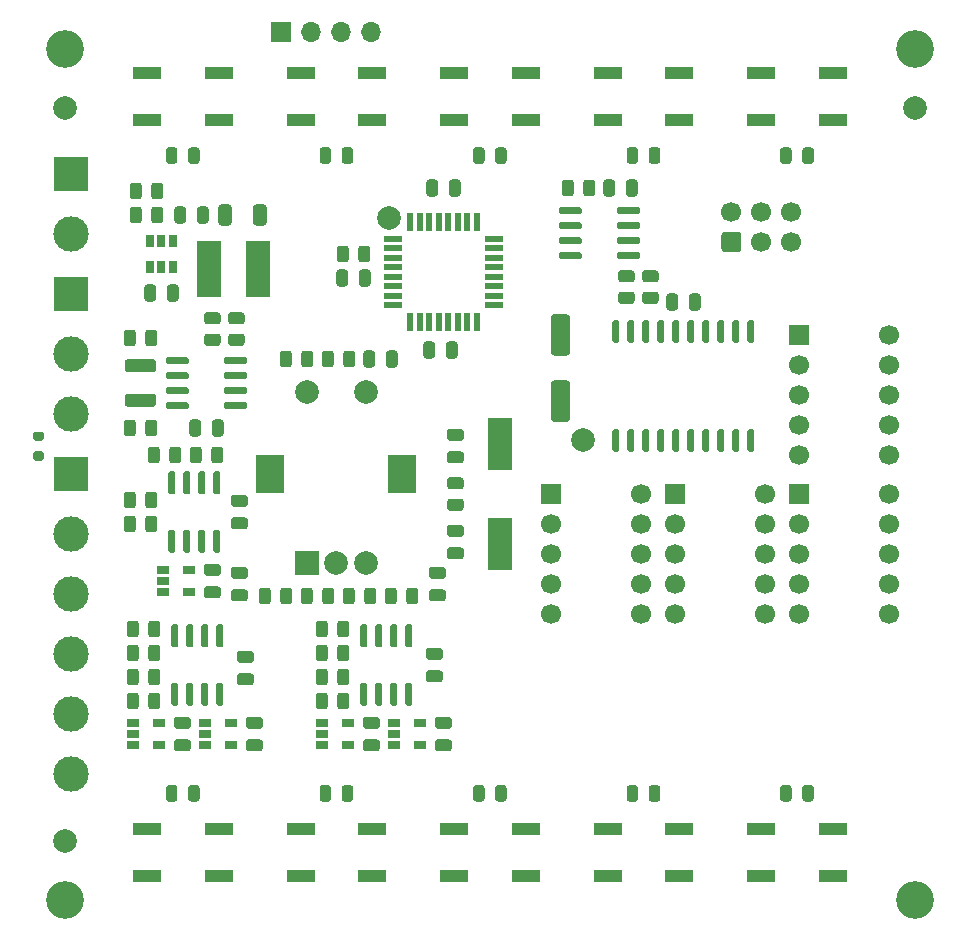
<source format=gts>
G04 #@! TF.GenerationSoftware,KiCad,Pcbnew,5.1.9-73d0e3b20d~88~ubuntu18.04.1*
G04 #@! TF.CreationDate,2021-04-12T21:46:39+02:00*
G04 #@! TF.ProjectId,dmx-panel-controller,646d782d-7061-46e6-956c-2d636f6e7472,v1.0-rc1*
G04 #@! TF.SameCoordinates,Original*
G04 #@! TF.FileFunction,Soldermask,Top*
G04 #@! TF.FilePolarity,Negative*
%FSLAX46Y46*%
G04 Gerber Fmt 4.6, Leading zero omitted, Abs format (unit mm)*
G04 Created by KiCad (PCBNEW 5.1.9-73d0e3b20d~88~ubuntu18.04.1) date 2021-04-12 21:46:39*
%MOMM*%
%LPD*%
G01*
G04 APERTURE LIST*
%ADD10C,3.000000*%
%ADD11R,3.000000X3.000000*%
%ADD12R,2.999999X2.999999*%
%ADD13C,2.999999*%
%ADD14C,2.000000*%
%ADD15R,2.400000X3.200000*%
%ADD16R,2.000000X2.000000*%
%ADD17R,1.700000X1.700000*%
%ADD18C,1.700000*%
%ADD19C,3.200000*%
%ADD20O,1.700000X1.700000*%
%ADD21R,0.550000X1.600000*%
%ADD22R,1.600000X0.550000*%
%ADD23R,0.650000X1.060000*%
%ADD24R,1.060000X0.650000*%
%ADD25R,2.000000X4.500000*%
%ADD26R,2.000000X4.700001*%
%ADD27R,2.450000X1.000000*%
G04 APERTURE END LIST*
D10*
X4500000Y-65400000D03*
X4500000Y-60320000D03*
X4500000Y-55240000D03*
X4500000Y-50160000D03*
X4500000Y-45080000D03*
D11*
X4500000Y-40000000D03*
D10*
X4500000Y-34920000D03*
X4500000Y-29840000D03*
D12*
X4500000Y-24760000D03*
D13*
X4500000Y-19680000D03*
D12*
X4500000Y-14600000D03*
D14*
X47879000Y-37084000D03*
X31496000Y-18288000D03*
X76000000Y-9000000D03*
X4000000Y-71000000D03*
X4000000Y-9000000D03*
X29500000Y-33000000D03*
X24500000Y-33000000D03*
D15*
X32600000Y-40000000D03*
X21400000Y-40000000D03*
D14*
X29500000Y-47500000D03*
X27000000Y-47500000D03*
D16*
X24500000Y-47500000D03*
G36*
G01*
X50823000Y-28862000D02*
X50523000Y-28862000D01*
G75*
G02*
X50373000Y-28712000I0J150000D01*
G01*
X50373000Y-27112000D01*
G75*
G02*
X50523000Y-26962000I150000J0D01*
G01*
X50823000Y-26962000D01*
G75*
G02*
X50973000Y-27112000I0J-150000D01*
G01*
X50973000Y-28712000D01*
G75*
G02*
X50823000Y-28862000I-150000J0D01*
G01*
G37*
G36*
G01*
X52093000Y-28862000D02*
X51793000Y-28862000D01*
G75*
G02*
X51643000Y-28712000I0J150000D01*
G01*
X51643000Y-27112000D01*
G75*
G02*
X51793000Y-26962000I150000J0D01*
G01*
X52093000Y-26962000D01*
G75*
G02*
X52243000Y-27112000I0J-150000D01*
G01*
X52243000Y-28712000D01*
G75*
G02*
X52093000Y-28862000I-150000J0D01*
G01*
G37*
G36*
G01*
X53363000Y-28862000D02*
X53063000Y-28862000D01*
G75*
G02*
X52913000Y-28712000I0J150000D01*
G01*
X52913000Y-27112000D01*
G75*
G02*
X53063000Y-26962000I150000J0D01*
G01*
X53363000Y-26962000D01*
G75*
G02*
X53513000Y-27112000I0J-150000D01*
G01*
X53513000Y-28712000D01*
G75*
G02*
X53363000Y-28862000I-150000J0D01*
G01*
G37*
G36*
G01*
X54633000Y-28862000D02*
X54333000Y-28862000D01*
G75*
G02*
X54183000Y-28712000I0J150000D01*
G01*
X54183000Y-27112000D01*
G75*
G02*
X54333000Y-26962000I150000J0D01*
G01*
X54633000Y-26962000D01*
G75*
G02*
X54783000Y-27112000I0J-150000D01*
G01*
X54783000Y-28712000D01*
G75*
G02*
X54633000Y-28862000I-150000J0D01*
G01*
G37*
G36*
G01*
X55903000Y-28862000D02*
X55603000Y-28862000D01*
G75*
G02*
X55453000Y-28712000I0J150000D01*
G01*
X55453000Y-27112000D01*
G75*
G02*
X55603000Y-26962000I150000J0D01*
G01*
X55903000Y-26962000D01*
G75*
G02*
X56053000Y-27112000I0J-150000D01*
G01*
X56053000Y-28712000D01*
G75*
G02*
X55903000Y-28862000I-150000J0D01*
G01*
G37*
G36*
G01*
X57173000Y-28862000D02*
X56873000Y-28862000D01*
G75*
G02*
X56723000Y-28712000I0J150000D01*
G01*
X56723000Y-27112000D01*
G75*
G02*
X56873000Y-26962000I150000J0D01*
G01*
X57173000Y-26962000D01*
G75*
G02*
X57323000Y-27112000I0J-150000D01*
G01*
X57323000Y-28712000D01*
G75*
G02*
X57173000Y-28862000I-150000J0D01*
G01*
G37*
G36*
G01*
X58443000Y-28862000D02*
X58143000Y-28862000D01*
G75*
G02*
X57993000Y-28712000I0J150000D01*
G01*
X57993000Y-27112000D01*
G75*
G02*
X58143000Y-26962000I150000J0D01*
G01*
X58443000Y-26962000D01*
G75*
G02*
X58593000Y-27112000I0J-150000D01*
G01*
X58593000Y-28712000D01*
G75*
G02*
X58443000Y-28862000I-150000J0D01*
G01*
G37*
G36*
G01*
X59713000Y-28862000D02*
X59413000Y-28862000D01*
G75*
G02*
X59263000Y-28712000I0J150000D01*
G01*
X59263000Y-27112000D01*
G75*
G02*
X59413000Y-26962000I150000J0D01*
G01*
X59713000Y-26962000D01*
G75*
G02*
X59863000Y-27112000I0J-150000D01*
G01*
X59863000Y-28712000D01*
G75*
G02*
X59713000Y-28862000I-150000J0D01*
G01*
G37*
G36*
G01*
X60983000Y-28862000D02*
X60683000Y-28862000D01*
G75*
G02*
X60533000Y-28712000I0J150000D01*
G01*
X60533000Y-27112000D01*
G75*
G02*
X60683000Y-26962000I150000J0D01*
G01*
X60983000Y-26962000D01*
G75*
G02*
X61133000Y-27112000I0J-150000D01*
G01*
X61133000Y-28712000D01*
G75*
G02*
X60983000Y-28862000I-150000J0D01*
G01*
G37*
G36*
G01*
X62253000Y-28862000D02*
X61953000Y-28862000D01*
G75*
G02*
X61803000Y-28712000I0J150000D01*
G01*
X61803000Y-27112000D01*
G75*
G02*
X61953000Y-26962000I150000J0D01*
G01*
X62253000Y-26962000D01*
G75*
G02*
X62403000Y-27112000I0J-150000D01*
G01*
X62403000Y-28712000D01*
G75*
G02*
X62253000Y-28862000I-150000J0D01*
G01*
G37*
G36*
G01*
X62253000Y-38062000D02*
X61953000Y-38062000D01*
G75*
G02*
X61803000Y-37912000I0J150000D01*
G01*
X61803000Y-36312000D01*
G75*
G02*
X61953000Y-36162000I150000J0D01*
G01*
X62253000Y-36162000D01*
G75*
G02*
X62403000Y-36312000I0J-150000D01*
G01*
X62403000Y-37912000D01*
G75*
G02*
X62253000Y-38062000I-150000J0D01*
G01*
G37*
G36*
G01*
X60983000Y-38062000D02*
X60683000Y-38062000D01*
G75*
G02*
X60533000Y-37912000I0J150000D01*
G01*
X60533000Y-36312000D01*
G75*
G02*
X60683000Y-36162000I150000J0D01*
G01*
X60983000Y-36162000D01*
G75*
G02*
X61133000Y-36312000I0J-150000D01*
G01*
X61133000Y-37912000D01*
G75*
G02*
X60983000Y-38062000I-150000J0D01*
G01*
G37*
G36*
G01*
X59713000Y-38062000D02*
X59413000Y-38062000D01*
G75*
G02*
X59263000Y-37912000I0J150000D01*
G01*
X59263000Y-36312000D01*
G75*
G02*
X59413000Y-36162000I150000J0D01*
G01*
X59713000Y-36162000D01*
G75*
G02*
X59863000Y-36312000I0J-150000D01*
G01*
X59863000Y-37912000D01*
G75*
G02*
X59713000Y-38062000I-150000J0D01*
G01*
G37*
G36*
G01*
X58443000Y-38062000D02*
X58143000Y-38062000D01*
G75*
G02*
X57993000Y-37912000I0J150000D01*
G01*
X57993000Y-36312000D01*
G75*
G02*
X58143000Y-36162000I150000J0D01*
G01*
X58443000Y-36162000D01*
G75*
G02*
X58593000Y-36312000I0J-150000D01*
G01*
X58593000Y-37912000D01*
G75*
G02*
X58443000Y-38062000I-150000J0D01*
G01*
G37*
G36*
G01*
X57173000Y-38062000D02*
X56873000Y-38062000D01*
G75*
G02*
X56723000Y-37912000I0J150000D01*
G01*
X56723000Y-36312000D01*
G75*
G02*
X56873000Y-36162000I150000J0D01*
G01*
X57173000Y-36162000D01*
G75*
G02*
X57323000Y-36312000I0J-150000D01*
G01*
X57323000Y-37912000D01*
G75*
G02*
X57173000Y-38062000I-150000J0D01*
G01*
G37*
G36*
G01*
X55903000Y-38062000D02*
X55603000Y-38062000D01*
G75*
G02*
X55453000Y-37912000I0J150000D01*
G01*
X55453000Y-36312000D01*
G75*
G02*
X55603000Y-36162000I150000J0D01*
G01*
X55903000Y-36162000D01*
G75*
G02*
X56053000Y-36312000I0J-150000D01*
G01*
X56053000Y-37912000D01*
G75*
G02*
X55903000Y-38062000I-150000J0D01*
G01*
G37*
G36*
G01*
X54633000Y-38062000D02*
X54333000Y-38062000D01*
G75*
G02*
X54183000Y-37912000I0J150000D01*
G01*
X54183000Y-36312000D01*
G75*
G02*
X54333000Y-36162000I150000J0D01*
G01*
X54633000Y-36162000D01*
G75*
G02*
X54783000Y-36312000I0J-150000D01*
G01*
X54783000Y-37912000D01*
G75*
G02*
X54633000Y-38062000I-150000J0D01*
G01*
G37*
G36*
G01*
X53363000Y-38062000D02*
X53063000Y-38062000D01*
G75*
G02*
X52913000Y-37912000I0J150000D01*
G01*
X52913000Y-36312000D01*
G75*
G02*
X53063000Y-36162000I150000J0D01*
G01*
X53363000Y-36162000D01*
G75*
G02*
X53513000Y-36312000I0J-150000D01*
G01*
X53513000Y-37912000D01*
G75*
G02*
X53363000Y-38062000I-150000J0D01*
G01*
G37*
G36*
G01*
X52093000Y-38062000D02*
X51793000Y-38062000D01*
G75*
G02*
X51643000Y-37912000I0J150000D01*
G01*
X51643000Y-36312000D01*
G75*
G02*
X51793000Y-36162000I150000J0D01*
G01*
X52093000Y-36162000D01*
G75*
G02*
X52243000Y-36312000I0J-150000D01*
G01*
X52243000Y-37912000D01*
G75*
G02*
X52093000Y-38062000I-150000J0D01*
G01*
G37*
G36*
G01*
X50823000Y-38062000D02*
X50523000Y-38062000D01*
G75*
G02*
X50373000Y-37912000I0J150000D01*
G01*
X50373000Y-36312000D01*
G75*
G02*
X50523000Y-36162000I150000J0D01*
G01*
X50823000Y-36162000D01*
G75*
G02*
X50973000Y-36312000I0J-150000D01*
G01*
X50973000Y-37912000D01*
G75*
G02*
X50823000Y-38062000I-150000J0D01*
G01*
G37*
D17*
X66190000Y-28170000D03*
D18*
X66190000Y-30710000D03*
X66190000Y-33250000D03*
X66190000Y-35790000D03*
X66190000Y-38330000D03*
X73810000Y-38330000D03*
X73810000Y-35790000D03*
X73810000Y-33250000D03*
X73810000Y-30710000D03*
X73810000Y-28170000D03*
D17*
X55690000Y-41670000D03*
D18*
X55690000Y-44210000D03*
X55690000Y-46750000D03*
X55690000Y-49290000D03*
X55690000Y-51830000D03*
X63310000Y-51830000D03*
X63310000Y-49290000D03*
X63310000Y-46750000D03*
X63310000Y-44210000D03*
X63310000Y-41670000D03*
D19*
X4000000Y-76000000D03*
X76000000Y-76000000D03*
X76000000Y-4000000D03*
X4000000Y-4000000D03*
G36*
G01*
X35364000Y-28989000D02*
X35364000Y-29939000D01*
G75*
G02*
X35114000Y-30189000I-250000J0D01*
G01*
X34614000Y-30189000D01*
G75*
G02*
X34364000Y-29939000I0J250000D01*
G01*
X34364000Y-28989000D01*
G75*
G02*
X34614000Y-28739000I250000J0D01*
G01*
X35114000Y-28739000D01*
G75*
G02*
X35364000Y-28989000I0J-250000D01*
G01*
G37*
G36*
G01*
X37264000Y-28989000D02*
X37264000Y-29939000D01*
G75*
G02*
X37014000Y-30189000I-250000J0D01*
G01*
X36514000Y-30189000D01*
G75*
G02*
X36264000Y-29939000I0J250000D01*
G01*
X36264000Y-28989000D01*
G75*
G02*
X36514000Y-28739000I250000J0D01*
G01*
X37014000Y-28739000D01*
G75*
G02*
X37264000Y-28989000I0J-250000D01*
G01*
G37*
G36*
G01*
X26998000Y-23843000D02*
X26998000Y-22893000D01*
G75*
G02*
X27248000Y-22643000I250000J0D01*
G01*
X27748000Y-22643000D01*
G75*
G02*
X27998000Y-22893000I0J-250000D01*
G01*
X27998000Y-23843000D01*
G75*
G02*
X27748000Y-24093000I-250000J0D01*
G01*
X27248000Y-24093000D01*
G75*
G02*
X26998000Y-23843000I0J250000D01*
G01*
G37*
G36*
G01*
X28898000Y-23843000D02*
X28898000Y-22893000D01*
G75*
G02*
X29148000Y-22643000I250000J0D01*
G01*
X29648000Y-22643000D01*
G75*
G02*
X29898000Y-22893000I0J-250000D01*
G01*
X29898000Y-23843000D01*
G75*
G02*
X29648000Y-24093000I-250000J0D01*
G01*
X29148000Y-24093000D01*
G75*
G02*
X28898000Y-23843000I0J250000D01*
G01*
G37*
G36*
G01*
X36609000Y-46170000D02*
X37559000Y-46170000D01*
G75*
G02*
X37809000Y-46420000I0J-250000D01*
G01*
X37809000Y-46920000D01*
G75*
G02*
X37559000Y-47170000I-250000J0D01*
G01*
X36609000Y-47170000D01*
G75*
G02*
X36359000Y-46920000I0J250000D01*
G01*
X36359000Y-46420000D01*
G75*
G02*
X36609000Y-46170000I250000J0D01*
G01*
G37*
G36*
G01*
X36609000Y-44270000D02*
X37559000Y-44270000D01*
G75*
G02*
X37809000Y-44520000I0J-250000D01*
G01*
X37809000Y-45020000D01*
G75*
G02*
X37559000Y-45270000I-250000J0D01*
G01*
X36609000Y-45270000D01*
G75*
G02*
X36359000Y-45020000I0J250000D01*
G01*
X36359000Y-44520000D01*
G75*
G02*
X36609000Y-44270000I250000J0D01*
G01*
G37*
G36*
G01*
X37559000Y-39042000D02*
X36609000Y-39042000D01*
G75*
G02*
X36359000Y-38792000I0J250000D01*
G01*
X36359000Y-38292000D01*
G75*
G02*
X36609000Y-38042000I250000J0D01*
G01*
X37559000Y-38042000D01*
G75*
G02*
X37809000Y-38292000I0J-250000D01*
G01*
X37809000Y-38792000D01*
G75*
G02*
X37559000Y-39042000I-250000J0D01*
G01*
G37*
G36*
G01*
X37559000Y-37142000D02*
X36609000Y-37142000D01*
G75*
G02*
X36359000Y-36892000I0J250000D01*
G01*
X36359000Y-36392000D01*
G75*
G02*
X36609000Y-36142000I250000J0D01*
G01*
X37559000Y-36142000D01*
G75*
G02*
X37809000Y-36392000I0J-250000D01*
G01*
X37809000Y-36892000D01*
G75*
G02*
X37559000Y-37142000I-250000J0D01*
G01*
G37*
D18*
X52810000Y-41670000D03*
X52810000Y-44210000D03*
X52810000Y-46750000D03*
X52810000Y-49290000D03*
X52810000Y-51830000D03*
X45190000Y-51830000D03*
X45190000Y-49290000D03*
X45190000Y-46750000D03*
X45190000Y-44210000D03*
D17*
X45190000Y-41670000D03*
D18*
X73810000Y-41670000D03*
X73810000Y-44210000D03*
X73810000Y-46750000D03*
X73810000Y-49290000D03*
X73810000Y-51830000D03*
X66190000Y-51830000D03*
X66190000Y-49290000D03*
X66190000Y-46750000D03*
X66190000Y-44210000D03*
D17*
X66190000Y-41670000D03*
G36*
G01*
X14450000Y-67456250D02*
X14450000Y-66543750D01*
G75*
G02*
X14693750Y-66300000I243750J0D01*
G01*
X15181250Y-66300000D01*
G75*
G02*
X15425000Y-66543750I0J-243750D01*
G01*
X15425000Y-67456250D01*
G75*
G02*
X15181250Y-67700000I-243750J0D01*
G01*
X14693750Y-67700000D01*
G75*
G02*
X14450000Y-67456250I0J243750D01*
G01*
G37*
G36*
G01*
X12575000Y-67456250D02*
X12575000Y-66543750D01*
G75*
G02*
X12818750Y-66300000I243750J0D01*
G01*
X13306250Y-66300000D01*
G75*
G02*
X13550000Y-66543750I0J-243750D01*
G01*
X13550000Y-67456250D01*
G75*
G02*
X13306250Y-67700000I-243750J0D01*
G01*
X12818750Y-67700000D01*
G75*
G02*
X12575000Y-67456250I0J243750D01*
G01*
G37*
G36*
G01*
X12575000Y-13456250D02*
X12575000Y-12543750D01*
G75*
G02*
X12818750Y-12300000I243750J0D01*
G01*
X13306250Y-12300000D01*
G75*
G02*
X13550000Y-12543750I0J-243750D01*
G01*
X13550000Y-13456250D01*
G75*
G02*
X13306250Y-13700000I-243750J0D01*
G01*
X12818750Y-13700000D01*
G75*
G02*
X12575000Y-13456250I0J243750D01*
G01*
G37*
G36*
G01*
X14450000Y-13456250D02*
X14450000Y-12543750D01*
G75*
G02*
X14693750Y-12300000I243750J0D01*
G01*
X15181250Y-12300000D01*
G75*
G02*
X15425000Y-12543750I0J-243750D01*
G01*
X15425000Y-13456250D01*
G75*
G02*
X15181250Y-13700000I-243750J0D01*
G01*
X14693750Y-13700000D01*
G75*
G02*
X14450000Y-13456250I0J243750D01*
G01*
G37*
G36*
G01*
X25575000Y-67456250D02*
X25575000Y-66543750D01*
G75*
G02*
X25818750Y-66300000I243750J0D01*
G01*
X26306250Y-66300000D01*
G75*
G02*
X26550000Y-66543750I0J-243750D01*
G01*
X26550000Y-67456250D01*
G75*
G02*
X26306250Y-67700000I-243750J0D01*
G01*
X25818750Y-67700000D01*
G75*
G02*
X25575000Y-67456250I0J243750D01*
G01*
G37*
G36*
G01*
X27450000Y-67456250D02*
X27450000Y-66543750D01*
G75*
G02*
X27693750Y-66300000I243750J0D01*
G01*
X28181250Y-66300000D01*
G75*
G02*
X28425000Y-66543750I0J-243750D01*
G01*
X28425000Y-67456250D01*
G75*
G02*
X28181250Y-67700000I-243750J0D01*
G01*
X27693750Y-67700000D01*
G75*
G02*
X27450000Y-67456250I0J243750D01*
G01*
G37*
G36*
G01*
X27450000Y-13456250D02*
X27450000Y-12543750D01*
G75*
G02*
X27693750Y-12300000I243750J0D01*
G01*
X28181250Y-12300000D01*
G75*
G02*
X28425000Y-12543750I0J-243750D01*
G01*
X28425000Y-13456250D01*
G75*
G02*
X28181250Y-13700000I-243750J0D01*
G01*
X27693750Y-13700000D01*
G75*
G02*
X27450000Y-13456250I0J243750D01*
G01*
G37*
G36*
G01*
X25575000Y-13456250D02*
X25575000Y-12543750D01*
G75*
G02*
X25818750Y-12300000I243750J0D01*
G01*
X26306250Y-12300000D01*
G75*
G02*
X26550000Y-12543750I0J-243750D01*
G01*
X26550000Y-13456250D01*
G75*
G02*
X26306250Y-13700000I-243750J0D01*
G01*
X25818750Y-13700000D01*
G75*
G02*
X25575000Y-13456250I0J243750D01*
G01*
G37*
G36*
G01*
X38575000Y-67456250D02*
X38575000Y-66543750D01*
G75*
G02*
X38818750Y-66300000I243750J0D01*
G01*
X39306250Y-66300000D01*
G75*
G02*
X39550000Y-66543750I0J-243750D01*
G01*
X39550000Y-67456250D01*
G75*
G02*
X39306250Y-67700000I-243750J0D01*
G01*
X38818750Y-67700000D01*
G75*
G02*
X38575000Y-67456250I0J243750D01*
G01*
G37*
G36*
G01*
X40450000Y-67456250D02*
X40450000Y-66543750D01*
G75*
G02*
X40693750Y-66300000I243750J0D01*
G01*
X41181250Y-66300000D01*
G75*
G02*
X41425000Y-66543750I0J-243750D01*
G01*
X41425000Y-67456250D01*
G75*
G02*
X41181250Y-67700000I-243750J0D01*
G01*
X40693750Y-67700000D01*
G75*
G02*
X40450000Y-67456250I0J243750D01*
G01*
G37*
G36*
G01*
X40450000Y-13456250D02*
X40450000Y-12543750D01*
G75*
G02*
X40693750Y-12300000I243750J0D01*
G01*
X41181250Y-12300000D01*
G75*
G02*
X41425000Y-12543750I0J-243750D01*
G01*
X41425000Y-13456250D01*
G75*
G02*
X41181250Y-13700000I-243750J0D01*
G01*
X40693750Y-13700000D01*
G75*
G02*
X40450000Y-13456250I0J243750D01*
G01*
G37*
G36*
G01*
X38575000Y-13456250D02*
X38575000Y-12543750D01*
G75*
G02*
X38818750Y-12300000I243750J0D01*
G01*
X39306250Y-12300000D01*
G75*
G02*
X39550000Y-12543750I0J-243750D01*
G01*
X39550000Y-13456250D01*
G75*
G02*
X39306250Y-13700000I-243750J0D01*
G01*
X38818750Y-13700000D01*
G75*
G02*
X38575000Y-13456250I0J243750D01*
G01*
G37*
G36*
G01*
X51575000Y-67456250D02*
X51575000Y-66543750D01*
G75*
G02*
X51818750Y-66300000I243750J0D01*
G01*
X52306250Y-66300000D01*
G75*
G02*
X52550000Y-66543750I0J-243750D01*
G01*
X52550000Y-67456250D01*
G75*
G02*
X52306250Y-67700000I-243750J0D01*
G01*
X51818750Y-67700000D01*
G75*
G02*
X51575000Y-67456250I0J243750D01*
G01*
G37*
G36*
G01*
X53450000Y-67456250D02*
X53450000Y-66543750D01*
G75*
G02*
X53693750Y-66300000I243750J0D01*
G01*
X54181250Y-66300000D01*
G75*
G02*
X54425000Y-66543750I0J-243750D01*
G01*
X54425000Y-67456250D01*
G75*
G02*
X54181250Y-67700000I-243750J0D01*
G01*
X53693750Y-67700000D01*
G75*
G02*
X53450000Y-67456250I0J243750D01*
G01*
G37*
G36*
G01*
X53450000Y-13456250D02*
X53450000Y-12543750D01*
G75*
G02*
X53693750Y-12300000I243750J0D01*
G01*
X54181250Y-12300000D01*
G75*
G02*
X54425000Y-12543750I0J-243750D01*
G01*
X54425000Y-13456250D01*
G75*
G02*
X54181250Y-13700000I-243750J0D01*
G01*
X53693750Y-13700000D01*
G75*
G02*
X53450000Y-13456250I0J243750D01*
G01*
G37*
G36*
G01*
X51575000Y-13456250D02*
X51575000Y-12543750D01*
G75*
G02*
X51818750Y-12300000I243750J0D01*
G01*
X52306250Y-12300000D01*
G75*
G02*
X52550000Y-12543750I0J-243750D01*
G01*
X52550000Y-13456250D01*
G75*
G02*
X52306250Y-13700000I-243750J0D01*
G01*
X51818750Y-13700000D01*
G75*
G02*
X51575000Y-13456250I0J243750D01*
G01*
G37*
G36*
G01*
X64575000Y-67456250D02*
X64575000Y-66543750D01*
G75*
G02*
X64818750Y-66300000I243750J0D01*
G01*
X65306250Y-66300000D01*
G75*
G02*
X65550000Y-66543750I0J-243750D01*
G01*
X65550000Y-67456250D01*
G75*
G02*
X65306250Y-67700000I-243750J0D01*
G01*
X64818750Y-67700000D01*
G75*
G02*
X64575000Y-67456250I0J243750D01*
G01*
G37*
G36*
G01*
X66450000Y-67456250D02*
X66450000Y-66543750D01*
G75*
G02*
X66693750Y-66300000I243750J0D01*
G01*
X67181250Y-66300000D01*
G75*
G02*
X67425000Y-66543750I0J-243750D01*
G01*
X67425000Y-67456250D01*
G75*
G02*
X67181250Y-67700000I-243750J0D01*
G01*
X66693750Y-67700000D01*
G75*
G02*
X66450000Y-67456250I0J243750D01*
G01*
G37*
G36*
G01*
X66450000Y-13456250D02*
X66450000Y-12543750D01*
G75*
G02*
X66693750Y-12300000I243750J0D01*
G01*
X67181250Y-12300000D01*
G75*
G02*
X67425000Y-12543750I0J-243750D01*
G01*
X67425000Y-13456250D01*
G75*
G02*
X67181250Y-13700000I-243750J0D01*
G01*
X66693750Y-13700000D01*
G75*
G02*
X66450000Y-13456250I0J243750D01*
G01*
G37*
G36*
G01*
X64575000Y-13456250D02*
X64575000Y-12543750D01*
G75*
G02*
X64818750Y-12300000I243750J0D01*
G01*
X65306250Y-12300000D01*
G75*
G02*
X65550000Y-12543750I0J-243750D01*
G01*
X65550000Y-13456250D01*
G75*
G02*
X65306250Y-13700000I-243750J0D01*
G01*
X64818750Y-13700000D01*
G75*
G02*
X64575000Y-13456250I0J243750D01*
G01*
G37*
G36*
G01*
X28848000Y-21786001D02*
X28848000Y-20885999D01*
G75*
G02*
X29097999Y-20636000I249999J0D01*
G01*
X29623001Y-20636000D01*
G75*
G02*
X29873000Y-20885999I0J-249999D01*
G01*
X29873000Y-21786001D01*
G75*
G02*
X29623001Y-22036000I-249999J0D01*
G01*
X29097999Y-22036000D01*
G75*
G02*
X28848000Y-21786001I0J249999D01*
G01*
G37*
G36*
G01*
X27023000Y-21786001D02*
X27023000Y-20885999D01*
G75*
G02*
X27272999Y-20636000I249999J0D01*
G01*
X27798001Y-20636000D01*
G75*
G02*
X28048000Y-20885999I0J-249999D01*
G01*
X28048000Y-21786001D01*
G75*
G02*
X27798001Y-22036000I-249999J0D01*
G01*
X27272999Y-22036000D01*
G75*
G02*
X27023000Y-21786001I0J249999D01*
G01*
G37*
G36*
G01*
X37534001Y-43081000D02*
X36633999Y-43081000D01*
G75*
G02*
X36384000Y-42831001I0J249999D01*
G01*
X36384000Y-42305999D01*
G75*
G02*
X36633999Y-42056000I249999J0D01*
G01*
X37534001Y-42056000D01*
G75*
G02*
X37784000Y-42305999I0J-249999D01*
G01*
X37784000Y-42831001D01*
G75*
G02*
X37534001Y-43081000I-249999J0D01*
G01*
G37*
G36*
G01*
X37534001Y-41256000D02*
X36633999Y-41256000D01*
G75*
G02*
X36384000Y-41006001I0J249999D01*
G01*
X36384000Y-40480999D01*
G75*
G02*
X36633999Y-40231000I249999J0D01*
G01*
X37534001Y-40231000D01*
G75*
G02*
X37784000Y-40480999I0J-249999D01*
G01*
X37784000Y-41006001D01*
G75*
G02*
X37534001Y-41256000I-249999J0D01*
G01*
G37*
G36*
G01*
X53143999Y-24530000D02*
X54044001Y-24530000D01*
G75*
G02*
X54294000Y-24779999I0J-249999D01*
G01*
X54294000Y-25305001D01*
G75*
G02*
X54044001Y-25555000I-249999J0D01*
G01*
X53143999Y-25555000D01*
G75*
G02*
X52894000Y-25305001I0J249999D01*
G01*
X52894000Y-24779999D01*
G75*
G02*
X53143999Y-24530000I249999J0D01*
G01*
G37*
G36*
G01*
X53143999Y-22705000D02*
X54044001Y-22705000D01*
G75*
G02*
X54294000Y-22954999I0J-249999D01*
G01*
X54294000Y-23480001D01*
G75*
G02*
X54044001Y-23730000I-249999J0D01*
G01*
X53143999Y-23730000D01*
G75*
G02*
X52894000Y-23480001I0J249999D01*
G01*
X52894000Y-22954999D01*
G75*
G02*
X53143999Y-22705000I249999J0D01*
G01*
G37*
G36*
G01*
X51111999Y-22705000D02*
X52012001Y-22705000D01*
G75*
G02*
X52262000Y-22954999I0J-249999D01*
G01*
X52262000Y-23480001D01*
G75*
G02*
X52012001Y-23730000I-249999J0D01*
G01*
X51111999Y-23730000D01*
G75*
G02*
X50862000Y-23480001I0J249999D01*
G01*
X50862000Y-22954999D01*
G75*
G02*
X51111999Y-22705000I249999J0D01*
G01*
G37*
G36*
G01*
X51111999Y-24530000D02*
X52012001Y-24530000D01*
G75*
G02*
X52262000Y-24779999I0J-249999D01*
G01*
X52262000Y-25305001D01*
G75*
G02*
X52012001Y-25555000I-249999J0D01*
G01*
X51111999Y-25555000D01*
G75*
G02*
X50862000Y-25305001I0J249999D01*
G01*
X50862000Y-24779999D01*
G75*
G02*
X51111999Y-24530000I249999J0D01*
G01*
G37*
G36*
G01*
X29356000Y-50742001D02*
X29356000Y-49841999D01*
G75*
G02*
X29605999Y-49592000I249999J0D01*
G01*
X30131001Y-49592000D01*
G75*
G02*
X30381000Y-49841999I0J-249999D01*
G01*
X30381000Y-50742001D01*
G75*
G02*
X30131001Y-50992000I-249999J0D01*
G01*
X29605999Y-50992000D01*
G75*
G02*
X29356000Y-50742001I0J249999D01*
G01*
G37*
G36*
G01*
X27531000Y-50742001D02*
X27531000Y-49841999D01*
G75*
G02*
X27780999Y-49592000I249999J0D01*
G01*
X28306001Y-49592000D01*
G75*
G02*
X28556000Y-49841999I0J-249999D01*
G01*
X28556000Y-50742001D01*
G75*
G02*
X28306001Y-50992000I-249999J0D01*
G01*
X27780999Y-50992000D01*
G75*
G02*
X27531000Y-50742001I0J249999D01*
G01*
G37*
G36*
G01*
X26825000Y-49841999D02*
X26825000Y-50742001D01*
G75*
G02*
X26575001Y-50992000I-249999J0D01*
G01*
X26049999Y-50992000D01*
G75*
G02*
X25800000Y-50742001I0J249999D01*
G01*
X25800000Y-49841999D01*
G75*
G02*
X26049999Y-49592000I249999J0D01*
G01*
X26575001Y-49592000D01*
G75*
G02*
X26825000Y-49841999I0J-249999D01*
G01*
G37*
G36*
G01*
X25000000Y-49841999D02*
X25000000Y-50742001D01*
G75*
G02*
X24750001Y-50992000I-249999J0D01*
G01*
X24224999Y-50992000D01*
G75*
G02*
X23975000Y-50742001I0J249999D01*
G01*
X23975000Y-49841999D01*
G75*
G02*
X24224999Y-49592000I249999J0D01*
G01*
X24750001Y-49592000D01*
G75*
G02*
X25000000Y-49841999I0J-249999D01*
G01*
G37*
G36*
G01*
X22197000Y-30676001D02*
X22197000Y-29775999D01*
G75*
G02*
X22446999Y-29526000I249999J0D01*
G01*
X22972001Y-29526000D01*
G75*
G02*
X23222000Y-29775999I0J-249999D01*
G01*
X23222000Y-30676001D01*
G75*
G02*
X22972001Y-30926000I-249999J0D01*
G01*
X22446999Y-30926000D01*
G75*
G02*
X22197000Y-30676001I0J249999D01*
G01*
G37*
G36*
G01*
X24022000Y-30676001D02*
X24022000Y-29775999D01*
G75*
G02*
X24271999Y-29526000I249999J0D01*
G01*
X24797001Y-29526000D01*
G75*
G02*
X25047000Y-29775999I0J-249999D01*
G01*
X25047000Y-30676001D01*
G75*
G02*
X24797001Y-30926000I-249999J0D01*
G01*
X24271999Y-30926000D01*
G75*
G02*
X24022000Y-30676001I0J249999D01*
G01*
G37*
G36*
G01*
X21444000Y-49841999D02*
X21444000Y-50742001D01*
G75*
G02*
X21194001Y-50992000I-249999J0D01*
G01*
X20668999Y-50992000D01*
G75*
G02*
X20419000Y-50742001I0J249999D01*
G01*
X20419000Y-49841999D01*
G75*
G02*
X20668999Y-49592000I249999J0D01*
G01*
X21194001Y-49592000D01*
G75*
G02*
X21444000Y-49841999I0J-249999D01*
G01*
G37*
G36*
G01*
X23269000Y-49841999D02*
X23269000Y-50742001D01*
G75*
G02*
X23019001Y-50992000I-249999J0D01*
G01*
X22493999Y-50992000D01*
G75*
G02*
X22244000Y-50742001I0J249999D01*
G01*
X22244000Y-49841999D01*
G75*
G02*
X22493999Y-49592000I249999J0D01*
G01*
X23019001Y-49592000D01*
G75*
G02*
X23269000Y-49841999I0J-249999D01*
G01*
G37*
G36*
G01*
X37518000Y-15273000D02*
X37518000Y-16223000D01*
G75*
G02*
X37268000Y-16473000I-250000J0D01*
G01*
X36768000Y-16473000D01*
G75*
G02*
X36518000Y-16223000I0J250000D01*
G01*
X36518000Y-15273000D01*
G75*
G02*
X36768000Y-15023000I250000J0D01*
G01*
X37268000Y-15023000D01*
G75*
G02*
X37518000Y-15273000I0J-250000D01*
G01*
G37*
G36*
G01*
X35618000Y-15273000D02*
X35618000Y-16223000D01*
G75*
G02*
X35368000Y-16473000I-250000J0D01*
G01*
X34868000Y-16473000D01*
G75*
G02*
X34618000Y-16223000I0J250000D01*
G01*
X34618000Y-15273000D01*
G75*
G02*
X34868000Y-15023000I250000J0D01*
G01*
X35368000Y-15023000D01*
G75*
G02*
X35618000Y-15273000I0J-250000D01*
G01*
G37*
G36*
G01*
X45423600Y-26438000D02*
X46524400Y-26438000D01*
G75*
G02*
X46774000Y-26687600I0J-249600D01*
G01*
X46774000Y-29688400D01*
G75*
G02*
X46524400Y-29938000I-249600J0D01*
G01*
X45423600Y-29938000D01*
G75*
G02*
X45174000Y-29688400I0J249600D01*
G01*
X45174000Y-26687600D01*
G75*
G02*
X45423600Y-26438000I249600J0D01*
G01*
G37*
G36*
G01*
X45423600Y-32038000D02*
X46524400Y-32038000D01*
G75*
G02*
X46774000Y-32287600I0J-249600D01*
G01*
X46774000Y-35288400D01*
G75*
G02*
X46524400Y-35538000I-249600J0D01*
G01*
X45423600Y-35538000D01*
G75*
G02*
X45174000Y-35288400I0J249600D01*
G01*
X45174000Y-32287600D01*
G75*
G02*
X45423600Y-32038000I249600J0D01*
G01*
G37*
G36*
G01*
X54938000Y-25875000D02*
X54938000Y-24925000D01*
G75*
G02*
X55188000Y-24675000I250000J0D01*
G01*
X55688000Y-24675000D01*
G75*
G02*
X55938000Y-24925000I0J-250000D01*
G01*
X55938000Y-25875000D01*
G75*
G02*
X55688000Y-26125000I-250000J0D01*
G01*
X55188000Y-26125000D01*
G75*
G02*
X54938000Y-25875000I0J250000D01*
G01*
G37*
G36*
G01*
X56838000Y-25875000D02*
X56838000Y-24925000D01*
G75*
G02*
X57088000Y-24675000I250000J0D01*
G01*
X57588000Y-24675000D01*
G75*
G02*
X57838000Y-24925000I0J-250000D01*
G01*
X57838000Y-25875000D01*
G75*
G02*
X57588000Y-26125000I-250000J0D01*
G01*
X57088000Y-26125000D01*
G75*
G02*
X56838000Y-25875000I0J250000D01*
G01*
G37*
G36*
G01*
X19271000Y-50726000D02*
X18321000Y-50726000D01*
G75*
G02*
X18071000Y-50476000I0J250000D01*
G01*
X18071000Y-49976000D01*
G75*
G02*
X18321000Y-49726000I250000J0D01*
G01*
X19271000Y-49726000D01*
G75*
G02*
X19521000Y-49976000I0J-250000D01*
G01*
X19521000Y-50476000D01*
G75*
G02*
X19271000Y-50726000I-250000J0D01*
G01*
G37*
G36*
G01*
X19271000Y-48826000D02*
X18321000Y-48826000D01*
G75*
G02*
X18071000Y-48576000I0J250000D01*
G01*
X18071000Y-48076000D01*
G75*
G02*
X18321000Y-47826000I250000J0D01*
G01*
X19271000Y-47826000D01*
G75*
G02*
X19521000Y-48076000I0J-250000D01*
G01*
X19521000Y-48576000D01*
G75*
G02*
X19271000Y-48826000I-250000J0D01*
G01*
G37*
G36*
G01*
X36035000Y-48826000D02*
X35085000Y-48826000D01*
G75*
G02*
X34835000Y-48576000I0J250000D01*
G01*
X34835000Y-48076000D01*
G75*
G02*
X35085000Y-47826000I250000J0D01*
G01*
X36035000Y-47826000D01*
G75*
G02*
X36285000Y-48076000I0J-250000D01*
G01*
X36285000Y-48576000D01*
G75*
G02*
X36035000Y-48826000I-250000J0D01*
G01*
G37*
G36*
G01*
X36035000Y-50726000D02*
X35085000Y-50726000D01*
G75*
G02*
X34835000Y-50476000I0J250000D01*
G01*
X34835000Y-49976000D01*
G75*
G02*
X35085000Y-49726000I250000J0D01*
G01*
X36035000Y-49726000D01*
G75*
G02*
X36285000Y-49976000I0J-250000D01*
G01*
X36285000Y-50476000D01*
G75*
G02*
X36035000Y-50726000I-250000J0D01*
G01*
G37*
G36*
G01*
X31184000Y-30701000D02*
X31184000Y-29751000D01*
G75*
G02*
X31434000Y-29501000I250000J0D01*
G01*
X31934000Y-29501000D01*
G75*
G02*
X32184000Y-29751000I0J-250000D01*
G01*
X32184000Y-30701000D01*
G75*
G02*
X31934000Y-30951000I-250000J0D01*
G01*
X31434000Y-30951000D01*
G75*
G02*
X31184000Y-30701000I0J250000D01*
G01*
G37*
G36*
G01*
X29284000Y-30701000D02*
X29284000Y-29751000D01*
G75*
G02*
X29534000Y-29501000I250000J0D01*
G01*
X30034000Y-29501000D01*
G75*
G02*
X30284000Y-29751000I0J-250000D01*
G01*
X30284000Y-30701000D01*
G75*
G02*
X30034000Y-30951000I-250000J0D01*
G01*
X29534000Y-30951000D01*
G75*
G02*
X29284000Y-30701000I0J250000D01*
G01*
G37*
G36*
G01*
X14282000Y-17559000D02*
X14282000Y-18509000D01*
G75*
G02*
X14032000Y-18759000I-250000J0D01*
G01*
X13532000Y-18759000D01*
G75*
G02*
X13282000Y-18509000I0J250000D01*
G01*
X13282000Y-17559000D01*
G75*
G02*
X13532000Y-17309000I250000J0D01*
G01*
X14032000Y-17309000D01*
G75*
G02*
X14282000Y-17559000I0J-250000D01*
G01*
G37*
G36*
G01*
X16182000Y-17559000D02*
X16182000Y-18509000D01*
G75*
G02*
X15932000Y-18759000I-250000J0D01*
G01*
X15432000Y-18759000D01*
G75*
G02*
X15182000Y-18509000I0J250000D01*
G01*
X15182000Y-17559000D01*
G75*
G02*
X15432000Y-17309000I250000J0D01*
G01*
X15932000Y-17309000D01*
G75*
G02*
X16182000Y-17559000I0J-250000D01*
G01*
G37*
G36*
G01*
X10742000Y-25113000D02*
X10742000Y-24163000D01*
G75*
G02*
X10992000Y-23913000I250000J0D01*
G01*
X11492000Y-23913000D01*
G75*
G02*
X11742000Y-24163000I0J-250000D01*
G01*
X11742000Y-25113000D01*
G75*
G02*
X11492000Y-25363000I-250000J0D01*
G01*
X10992000Y-25363000D01*
G75*
G02*
X10742000Y-25113000I0J250000D01*
G01*
G37*
G36*
G01*
X12642000Y-25113000D02*
X12642000Y-24163000D01*
G75*
G02*
X12892000Y-23913000I250000J0D01*
G01*
X13392000Y-23913000D01*
G75*
G02*
X13642000Y-24163000I0J-250000D01*
G01*
X13642000Y-25113000D01*
G75*
G02*
X13392000Y-25363000I-250000J0D01*
G01*
X12892000Y-25363000D01*
G75*
G02*
X12642000Y-25113000I0J250000D01*
G01*
G37*
G36*
G01*
X21100000Y-17383550D02*
X21100000Y-18684450D01*
G75*
G02*
X20850450Y-18934000I-249550J0D01*
G01*
X20199550Y-18934000D01*
G75*
G02*
X19950000Y-18684450I0J249550D01*
G01*
X19950000Y-17383550D01*
G75*
G02*
X20199550Y-17134000I249550J0D01*
G01*
X20850450Y-17134000D01*
G75*
G02*
X21100000Y-17383550I0J-249550D01*
G01*
G37*
G36*
G01*
X18150000Y-17383550D02*
X18150000Y-18684450D01*
G75*
G02*
X17900450Y-18934000I-249550J0D01*
G01*
X17249550Y-18934000D01*
G75*
G02*
X17000000Y-18684450I0J249550D01*
G01*
X17000000Y-17383550D01*
G75*
G02*
X17249550Y-17134000I249550J0D01*
G01*
X17900450Y-17134000D01*
G75*
G02*
X18150000Y-17383550I0J-249550D01*
G01*
G37*
G36*
G01*
X16452000Y-36543000D02*
X16452000Y-35593000D01*
G75*
G02*
X16702000Y-35343000I250000J0D01*
G01*
X17202000Y-35343000D01*
G75*
G02*
X17452000Y-35593000I0J-250000D01*
G01*
X17452000Y-36543000D01*
G75*
G02*
X17202000Y-36793000I-250000J0D01*
G01*
X16702000Y-36793000D01*
G75*
G02*
X16452000Y-36543000I0J250000D01*
G01*
G37*
G36*
G01*
X14552000Y-36543000D02*
X14552000Y-35593000D01*
G75*
G02*
X14802000Y-35343000I250000J0D01*
G01*
X15302000Y-35343000D01*
G75*
G02*
X15552000Y-35593000I0J-250000D01*
G01*
X15552000Y-36543000D01*
G75*
G02*
X15302000Y-36793000I-250000J0D01*
G01*
X14802000Y-36793000D01*
G75*
G02*
X14552000Y-36543000I0J250000D01*
G01*
G37*
G36*
G01*
X19271000Y-42730000D02*
X18321000Y-42730000D01*
G75*
G02*
X18071000Y-42480000I0J250000D01*
G01*
X18071000Y-41980000D01*
G75*
G02*
X18321000Y-41730000I250000J0D01*
G01*
X19271000Y-41730000D01*
G75*
G02*
X19521000Y-41980000I0J-250000D01*
G01*
X19521000Y-42480000D01*
G75*
G02*
X19271000Y-42730000I-250000J0D01*
G01*
G37*
G36*
G01*
X19271000Y-44630000D02*
X18321000Y-44630000D01*
G75*
G02*
X18071000Y-44380000I0J250000D01*
G01*
X18071000Y-43880000D01*
G75*
G02*
X18321000Y-43630000I250000J0D01*
G01*
X19271000Y-43630000D01*
G75*
G02*
X19521000Y-43880000I0J-250000D01*
G01*
X19521000Y-44380000D01*
G75*
G02*
X19271000Y-44630000I-250000J0D01*
G01*
G37*
G36*
G01*
X16035000Y-47572000D02*
X16985000Y-47572000D01*
G75*
G02*
X17235000Y-47822000I0J-250000D01*
G01*
X17235000Y-48322000D01*
G75*
G02*
X16985000Y-48572000I-250000J0D01*
G01*
X16035000Y-48572000D01*
G75*
G02*
X15785000Y-48322000I0J250000D01*
G01*
X15785000Y-47822000D01*
G75*
G02*
X16035000Y-47572000I250000J0D01*
G01*
G37*
G36*
G01*
X16035000Y-49472000D02*
X16985000Y-49472000D01*
G75*
G02*
X17235000Y-49722000I0J-250000D01*
G01*
X17235000Y-50222000D01*
G75*
G02*
X16985000Y-50472000I-250000J0D01*
G01*
X16035000Y-50472000D01*
G75*
G02*
X15785000Y-50222000I0J250000D01*
G01*
X15785000Y-49722000D01*
G75*
G02*
X16035000Y-49472000I250000J0D01*
G01*
G37*
G36*
G01*
X19779000Y-55938000D02*
X18829000Y-55938000D01*
G75*
G02*
X18579000Y-55688000I0J250000D01*
G01*
X18579000Y-55188000D01*
G75*
G02*
X18829000Y-54938000I250000J0D01*
G01*
X19779000Y-54938000D01*
G75*
G02*
X20029000Y-55188000I0J-250000D01*
G01*
X20029000Y-55688000D01*
G75*
G02*
X19779000Y-55938000I-250000J0D01*
G01*
G37*
G36*
G01*
X19779000Y-57838000D02*
X18829000Y-57838000D01*
G75*
G02*
X18579000Y-57588000I0J250000D01*
G01*
X18579000Y-57088000D01*
G75*
G02*
X18829000Y-56838000I250000J0D01*
G01*
X19779000Y-56838000D01*
G75*
G02*
X20029000Y-57088000I0J-250000D01*
G01*
X20029000Y-57588000D01*
G75*
G02*
X19779000Y-57838000I-250000J0D01*
G01*
G37*
G36*
G01*
X19591000Y-62426000D02*
X20541000Y-62426000D01*
G75*
G02*
X20791000Y-62676000I0J-250000D01*
G01*
X20791000Y-63176000D01*
G75*
G02*
X20541000Y-63426000I-250000J0D01*
G01*
X19591000Y-63426000D01*
G75*
G02*
X19341000Y-63176000I0J250000D01*
G01*
X19341000Y-62676000D01*
G75*
G02*
X19591000Y-62426000I250000J0D01*
G01*
G37*
G36*
G01*
X19591000Y-60526000D02*
X20541000Y-60526000D01*
G75*
G02*
X20791000Y-60776000I0J-250000D01*
G01*
X20791000Y-61276000D01*
G75*
G02*
X20541000Y-61526000I-250000J0D01*
G01*
X19591000Y-61526000D01*
G75*
G02*
X19341000Y-61276000I0J250000D01*
G01*
X19341000Y-60776000D01*
G75*
G02*
X19591000Y-60526000I250000J0D01*
G01*
G37*
G36*
G01*
X13495000Y-60526000D02*
X14445000Y-60526000D01*
G75*
G02*
X14695000Y-60776000I0J-250000D01*
G01*
X14695000Y-61276000D01*
G75*
G02*
X14445000Y-61526000I-250000J0D01*
G01*
X13495000Y-61526000D01*
G75*
G02*
X13245000Y-61276000I0J250000D01*
G01*
X13245000Y-60776000D01*
G75*
G02*
X13495000Y-60526000I250000J0D01*
G01*
G37*
G36*
G01*
X13495000Y-62426000D02*
X14445000Y-62426000D01*
G75*
G02*
X14695000Y-62676000I0J-250000D01*
G01*
X14695000Y-63176000D01*
G75*
G02*
X14445000Y-63426000I-250000J0D01*
G01*
X13495000Y-63426000D01*
G75*
G02*
X13245000Y-63176000I0J250000D01*
G01*
X13245000Y-62676000D01*
G75*
G02*
X13495000Y-62426000I250000J0D01*
G01*
G37*
G36*
G01*
X35781000Y-57584000D02*
X34831000Y-57584000D01*
G75*
G02*
X34581000Y-57334000I0J250000D01*
G01*
X34581000Y-56834000D01*
G75*
G02*
X34831000Y-56584000I250000J0D01*
G01*
X35781000Y-56584000D01*
G75*
G02*
X36031000Y-56834000I0J-250000D01*
G01*
X36031000Y-57334000D01*
G75*
G02*
X35781000Y-57584000I-250000J0D01*
G01*
G37*
G36*
G01*
X35781000Y-55684000D02*
X34831000Y-55684000D01*
G75*
G02*
X34581000Y-55434000I0J250000D01*
G01*
X34581000Y-54934000D01*
G75*
G02*
X34831000Y-54684000I250000J0D01*
G01*
X35781000Y-54684000D01*
G75*
G02*
X36031000Y-54934000I0J-250000D01*
G01*
X36031000Y-55434000D01*
G75*
G02*
X35781000Y-55684000I-250000J0D01*
G01*
G37*
G36*
G01*
X35593000Y-62426000D02*
X36543000Y-62426000D01*
G75*
G02*
X36793000Y-62676000I0J-250000D01*
G01*
X36793000Y-63176000D01*
G75*
G02*
X36543000Y-63426000I-250000J0D01*
G01*
X35593000Y-63426000D01*
G75*
G02*
X35343000Y-63176000I0J250000D01*
G01*
X35343000Y-62676000D01*
G75*
G02*
X35593000Y-62426000I250000J0D01*
G01*
G37*
G36*
G01*
X35593000Y-60526000D02*
X36543000Y-60526000D01*
G75*
G02*
X36793000Y-60776000I0J-250000D01*
G01*
X36793000Y-61276000D01*
G75*
G02*
X36543000Y-61526000I-250000J0D01*
G01*
X35593000Y-61526000D01*
G75*
G02*
X35343000Y-61276000I0J250000D01*
G01*
X35343000Y-60776000D01*
G75*
G02*
X35593000Y-60526000I250000J0D01*
G01*
G37*
G36*
G01*
X29497000Y-60526000D02*
X30447000Y-60526000D01*
G75*
G02*
X30697000Y-60776000I0J-250000D01*
G01*
X30697000Y-61276000D01*
G75*
G02*
X30447000Y-61526000I-250000J0D01*
G01*
X29497000Y-61526000D01*
G75*
G02*
X29247000Y-61276000I0J250000D01*
G01*
X29247000Y-60776000D01*
G75*
G02*
X29497000Y-60526000I250000J0D01*
G01*
G37*
G36*
G01*
X29497000Y-62426000D02*
X30447000Y-62426000D01*
G75*
G02*
X30697000Y-62676000I0J-250000D01*
G01*
X30697000Y-63176000D01*
G75*
G02*
X30447000Y-63426000I-250000J0D01*
G01*
X29497000Y-63426000D01*
G75*
G02*
X29247000Y-63176000I0J250000D01*
G01*
X29247000Y-62676000D01*
G75*
G02*
X29497000Y-62426000I250000J0D01*
G01*
G37*
G36*
G01*
X1503000Y-36367000D02*
X2053000Y-36367000D01*
G75*
G02*
X2253000Y-36567000I0J-200000D01*
G01*
X2253000Y-36967000D01*
G75*
G02*
X2053000Y-37167000I-200000J0D01*
G01*
X1503000Y-37167000D01*
G75*
G02*
X1303000Y-36967000I0J200000D01*
G01*
X1303000Y-36567000D01*
G75*
G02*
X1503000Y-36367000I200000J0D01*
G01*
G37*
G36*
G01*
X1503000Y-38017000D02*
X2053000Y-38017000D01*
G75*
G02*
X2253000Y-38217000I0J-200000D01*
G01*
X2253000Y-38617000D01*
G75*
G02*
X2053000Y-38817000I-200000J0D01*
G01*
X1503000Y-38817000D01*
G75*
G02*
X1303000Y-38617000I0J200000D01*
G01*
X1303000Y-38217000D01*
G75*
G02*
X1503000Y-38017000I200000J0D01*
G01*
G37*
G36*
G01*
X61052000Y-21170000D02*
X59852000Y-21170000D01*
G75*
G02*
X59602000Y-20920000I0J250000D01*
G01*
X59602000Y-19720000D01*
G75*
G02*
X59852000Y-19470000I250000J0D01*
G01*
X61052000Y-19470000D01*
G75*
G02*
X61302000Y-19720000I0J-250000D01*
G01*
X61302000Y-20920000D01*
G75*
G02*
X61052000Y-21170000I-250000J0D01*
G01*
G37*
D18*
X62992000Y-20320000D03*
X65532000Y-20320000D03*
X60452000Y-17780000D03*
X62992000Y-17780000D03*
X65532000Y-17780000D03*
D17*
X22352000Y-2540000D03*
D20*
X24892000Y-2540000D03*
X27432000Y-2540000D03*
X29972000Y-2540000D03*
G36*
G01*
X26778000Y-29775999D02*
X26778000Y-30676001D01*
G75*
G02*
X26528001Y-30926000I-249999J0D01*
G01*
X26002999Y-30926000D01*
G75*
G02*
X25753000Y-30676001I0J249999D01*
G01*
X25753000Y-29775999D01*
G75*
G02*
X26002999Y-29526000I249999J0D01*
G01*
X26528001Y-29526000D01*
G75*
G02*
X26778000Y-29775999I0J-249999D01*
G01*
G37*
G36*
G01*
X28603000Y-29775999D02*
X28603000Y-30676001D01*
G75*
G02*
X28353001Y-30926000I-249999J0D01*
G01*
X27827999Y-30926000D01*
G75*
G02*
X27578000Y-30676001I0J249999D01*
G01*
X27578000Y-29775999D01*
G75*
G02*
X27827999Y-29526000I249999J0D01*
G01*
X28353001Y-29526000D01*
G75*
G02*
X28603000Y-29775999I0J-249999D01*
G01*
G37*
G36*
G01*
X31087000Y-50742001D02*
X31087000Y-49841999D01*
G75*
G02*
X31336999Y-49592000I249999J0D01*
G01*
X31862001Y-49592000D01*
G75*
G02*
X32112000Y-49841999I0J-249999D01*
G01*
X32112000Y-50742001D01*
G75*
G02*
X31862001Y-50992000I-249999J0D01*
G01*
X31336999Y-50992000D01*
G75*
G02*
X31087000Y-50742001I0J249999D01*
G01*
G37*
G36*
G01*
X32912000Y-50742001D02*
X32912000Y-49841999D01*
G75*
G02*
X33161999Y-49592000I249999J0D01*
G01*
X33687001Y-49592000D01*
G75*
G02*
X33937000Y-49841999I0J-249999D01*
G01*
X33937000Y-50742001D01*
G75*
G02*
X33687001Y-50992000I-249999J0D01*
G01*
X33161999Y-50992000D01*
G75*
G02*
X32912000Y-50742001I0J249999D01*
G01*
G37*
G36*
G01*
X12347000Y-15551999D02*
X12347000Y-16452001D01*
G75*
G02*
X12097001Y-16702000I-249999J0D01*
G01*
X11571999Y-16702000D01*
G75*
G02*
X11322000Y-16452001I0J249999D01*
G01*
X11322000Y-15551999D01*
G75*
G02*
X11571999Y-15302000I249999J0D01*
G01*
X12097001Y-15302000D01*
G75*
G02*
X12347000Y-15551999I0J-249999D01*
G01*
G37*
G36*
G01*
X10522000Y-15551999D02*
X10522000Y-16452001D01*
G75*
G02*
X10272001Y-16702000I-249999J0D01*
G01*
X9746999Y-16702000D01*
G75*
G02*
X9497000Y-16452001I0J249999D01*
G01*
X9497000Y-15551999D01*
G75*
G02*
X9746999Y-15302000I249999J0D01*
G01*
X10272001Y-15302000D01*
G75*
G02*
X10522000Y-15551999I0J-249999D01*
G01*
G37*
G36*
G01*
X9497000Y-18484001D02*
X9497000Y-17583999D01*
G75*
G02*
X9746999Y-17334000I249999J0D01*
G01*
X10272001Y-17334000D01*
G75*
G02*
X10522000Y-17583999I0J-249999D01*
G01*
X10522000Y-18484001D01*
G75*
G02*
X10272001Y-18734000I-249999J0D01*
G01*
X9746999Y-18734000D01*
G75*
G02*
X9497000Y-18484001I0J249999D01*
G01*
G37*
G36*
G01*
X11322000Y-18483900D02*
X11322000Y-17584100D01*
G75*
G02*
X11572100Y-17334000I250100J0D01*
G01*
X12096900Y-17334000D01*
G75*
G02*
X12347000Y-17584100I0J-250100D01*
G01*
X12347000Y-18483900D01*
G75*
G02*
X12096900Y-18734000I-250100J0D01*
G01*
X11572100Y-18734000D01*
G75*
G02*
X11322000Y-18483900I0J250100D01*
G01*
G37*
G36*
G01*
X16960001Y-27286000D02*
X16059999Y-27286000D01*
G75*
G02*
X15810000Y-27036001I0J249999D01*
G01*
X15810000Y-26510999D01*
G75*
G02*
X16059999Y-26261000I249999J0D01*
G01*
X16960001Y-26261000D01*
G75*
G02*
X17210000Y-26510999I0J-249999D01*
G01*
X17210000Y-27036001D01*
G75*
G02*
X16960001Y-27286000I-249999J0D01*
G01*
G37*
G36*
G01*
X16960001Y-29111000D02*
X16059999Y-29111000D01*
G75*
G02*
X15810000Y-28861001I0J249999D01*
G01*
X15810000Y-28335999D01*
G75*
G02*
X16059999Y-28086000I249999J0D01*
G01*
X16960001Y-28086000D01*
G75*
G02*
X17210000Y-28335999I0J-249999D01*
G01*
X17210000Y-28861001D01*
G75*
G02*
X16960001Y-29111000I-249999J0D01*
G01*
G37*
G36*
G01*
X9338999Y-30233000D02*
X11489001Y-30233000D01*
G75*
G02*
X11739000Y-30482999I0J-249999D01*
G01*
X11739000Y-31108001D01*
G75*
G02*
X11489001Y-31358000I-249999J0D01*
G01*
X9338999Y-31358000D01*
G75*
G02*
X9089000Y-31108001I0J249999D01*
G01*
X9089000Y-30482999D01*
G75*
G02*
X9338999Y-30233000I249999J0D01*
G01*
G37*
G36*
G01*
X9338999Y-33158000D02*
X11489001Y-33158000D01*
G75*
G02*
X11739000Y-33407999I0J-249999D01*
G01*
X11739000Y-34033001D01*
G75*
G02*
X11489001Y-34283000I-249999J0D01*
G01*
X9338999Y-34283000D01*
G75*
G02*
X9089000Y-34033001I0J249999D01*
G01*
X9089000Y-33407999D01*
G75*
G02*
X9338999Y-33158000I249999J0D01*
G01*
G37*
G36*
G01*
X18992001Y-29111000D02*
X18091999Y-29111000D01*
G75*
G02*
X17842000Y-28861001I0J249999D01*
G01*
X17842000Y-28335999D01*
G75*
G02*
X18091999Y-28086000I249999J0D01*
G01*
X18992001Y-28086000D01*
G75*
G02*
X19242000Y-28335999I0J-249999D01*
G01*
X19242000Y-28861001D01*
G75*
G02*
X18992001Y-29111000I-249999J0D01*
G01*
G37*
G36*
G01*
X18992001Y-27286000D02*
X18091999Y-27286000D01*
G75*
G02*
X17842000Y-27036001I0J249999D01*
G01*
X17842000Y-26510999D01*
G75*
G02*
X18091999Y-26261000I249999J0D01*
G01*
X18992001Y-26261000D01*
G75*
G02*
X19242000Y-26510999I0J-249999D01*
G01*
X19242000Y-27036001D01*
G75*
G02*
X18992001Y-27286000I-249999J0D01*
G01*
G37*
G36*
G01*
X17427000Y-37903999D02*
X17427000Y-38804001D01*
G75*
G02*
X17177001Y-39054000I-249999J0D01*
G01*
X16651999Y-39054000D01*
G75*
G02*
X16402000Y-38804001I0J249999D01*
G01*
X16402000Y-37903999D01*
G75*
G02*
X16651999Y-37654000I249999J0D01*
G01*
X17177001Y-37654000D01*
G75*
G02*
X17427000Y-37903999I0J-249999D01*
G01*
G37*
G36*
G01*
X15602000Y-37903999D02*
X15602000Y-38804001D01*
G75*
G02*
X15352001Y-39054000I-249999J0D01*
G01*
X14826999Y-39054000D01*
G75*
G02*
X14577000Y-38804001I0J249999D01*
G01*
X14577000Y-37903999D01*
G75*
G02*
X14826999Y-37654000I249999J0D01*
G01*
X15352001Y-37654000D01*
G75*
G02*
X15602000Y-37903999I0J-249999D01*
G01*
G37*
G36*
G01*
X12046000Y-37903999D02*
X12046000Y-38804001D01*
G75*
G02*
X11796001Y-39054000I-249999J0D01*
G01*
X11270999Y-39054000D01*
G75*
G02*
X11021000Y-38804001I0J249999D01*
G01*
X11021000Y-37903999D01*
G75*
G02*
X11270999Y-37654000I249999J0D01*
G01*
X11796001Y-37654000D01*
G75*
G02*
X12046000Y-37903999I0J-249999D01*
G01*
G37*
G36*
G01*
X13871000Y-37903999D02*
X13871000Y-38804001D01*
G75*
G02*
X13621001Y-39054000I-249999J0D01*
G01*
X13095999Y-39054000D01*
G75*
G02*
X12846000Y-38804001I0J249999D01*
G01*
X12846000Y-37903999D01*
G75*
G02*
X13095999Y-37654000I249999J0D01*
G01*
X13621001Y-37654000D01*
G75*
G02*
X13871000Y-37903999I0J-249999D01*
G01*
G37*
G36*
G01*
X11839000Y-43745999D02*
X11839000Y-44646001D01*
G75*
G02*
X11589001Y-44896000I-249999J0D01*
G01*
X11063999Y-44896000D01*
G75*
G02*
X10814000Y-44646001I0J249999D01*
G01*
X10814000Y-43745999D01*
G75*
G02*
X11063999Y-43496000I249999J0D01*
G01*
X11589001Y-43496000D01*
G75*
G02*
X11839000Y-43745999I0J-249999D01*
G01*
G37*
G36*
G01*
X10014000Y-43745999D02*
X10014000Y-44646001D01*
G75*
G02*
X9764001Y-44896000I-249999J0D01*
G01*
X9238999Y-44896000D01*
G75*
G02*
X8989000Y-44646001I0J249999D01*
G01*
X8989000Y-43745999D01*
G75*
G02*
X9238999Y-43496000I249999J0D01*
G01*
X9764001Y-43496000D01*
G75*
G02*
X10014000Y-43745999I0J-249999D01*
G01*
G37*
G36*
G01*
X10014000Y-41713999D02*
X10014000Y-42614001D01*
G75*
G02*
X9764001Y-42864000I-249999J0D01*
G01*
X9238999Y-42864000D01*
G75*
G02*
X8989000Y-42614001I0J249999D01*
G01*
X8989000Y-41713999D01*
G75*
G02*
X9238999Y-41464000I249999J0D01*
G01*
X9764001Y-41464000D01*
G75*
G02*
X10014000Y-41713999I0J-249999D01*
G01*
G37*
G36*
G01*
X11839000Y-41713999D02*
X11839000Y-42614001D01*
G75*
G02*
X11589001Y-42864000I-249999J0D01*
G01*
X11063999Y-42864000D01*
G75*
G02*
X10814000Y-42614001I0J249999D01*
G01*
X10814000Y-41713999D01*
G75*
G02*
X11063999Y-41464000I249999J0D01*
G01*
X11589001Y-41464000D01*
G75*
G02*
X11839000Y-41713999I0J-249999D01*
G01*
G37*
G36*
G01*
X10268000Y-54667999D02*
X10268000Y-55568001D01*
G75*
G02*
X10018001Y-55818000I-249999J0D01*
G01*
X9492999Y-55818000D01*
G75*
G02*
X9243000Y-55568001I0J249999D01*
G01*
X9243000Y-54667999D01*
G75*
G02*
X9492999Y-54418000I249999J0D01*
G01*
X10018001Y-54418000D01*
G75*
G02*
X10268000Y-54667999I0J-249999D01*
G01*
G37*
G36*
G01*
X12093000Y-54667999D02*
X12093000Y-55568001D01*
G75*
G02*
X11843001Y-55818000I-249999J0D01*
G01*
X11317999Y-55818000D01*
G75*
G02*
X11068000Y-55568001I0J249999D01*
G01*
X11068000Y-54667999D01*
G75*
G02*
X11317999Y-54418000I249999J0D01*
G01*
X11843001Y-54418000D01*
G75*
G02*
X12093000Y-54667999I0J-249999D01*
G01*
G37*
G36*
G01*
X12093000Y-52635999D02*
X12093000Y-53536001D01*
G75*
G02*
X11843001Y-53786000I-249999J0D01*
G01*
X11317999Y-53786000D01*
G75*
G02*
X11068000Y-53536001I0J249999D01*
G01*
X11068000Y-52635999D01*
G75*
G02*
X11317999Y-52386000I249999J0D01*
G01*
X11843001Y-52386000D01*
G75*
G02*
X12093000Y-52635999I0J-249999D01*
G01*
G37*
G36*
G01*
X10268000Y-52635999D02*
X10268000Y-53536001D01*
G75*
G02*
X10018001Y-53786000I-249999J0D01*
G01*
X9492999Y-53786000D01*
G75*
G02*
X9243000Y-53536001I0J249999D01*
G01*
X9243000Y-52635999D01*
G75*
G02*
X9492999Y-52386000I249999J0D01*
G01*
X10018001Y-52386000D01*
G75*
G02*
X10268000Y-52635999I0J-249999D01*
G01*
G37*
G36*
G01*
X10268000Y-58731999D02*
X10268000Y-59632001D01*
G75*
G02*
X10018001Y-59882000I-249999J0D01*
G01*
X9492999Y-59882000D01*
G75*
G02*
X9243000Y-59632001I0J249999D01*
G01*
X9243000Y-58731999D01*
G75*
G02*
X9492999Y-58482000I249999J0D01*
G01*
X10018001Y-58482000D01*
G75*
G02*
X10268000Y-58731999I0J-249999D01*
G01*
G37*
G36*
G01*
X12093000Y-58731999D02*
X12093000Y-59632001D01*
G75*
G02*
X11843001Y-59882000I-249999J0D01*
G01*
X11317999Y-59882000D01*
G75*
G02*
X11068000Y-59632001I0J249999D01*
G01*
X11068000Y-58731999D01*
G75*
G02*
X11317999Y-58482000I249999J0D01*
G01*
X11843001Y-58482000D01*
G75*
G02*
X12093000Y-58731999I0J-249999D01*
G01*
G37*
G36*
G01*
X10268000Y-56699999D02*
X10268000Y-57600001D01*
G75*
G02*
X10018001Y-57850000I-249999J0D01*
G01*
X9492999Y-57850000D01*
G75*
G02*
X9243000Y-57600001I0J249999D01*
G01*
X9243000Y-56699999D01*
G75*
G02*
X9492999Y-56450000I249999J0D01*
G01*
X10018001Y-56450000D01*
G75*
G02*
X10268000Y-56699999I0J-249999D01*
G01*
G37*
G36*
G01*
X12093000Y-56699999D02*
X12093000Y-57600001D01*
G75*
G02*
X11843001Y-57850000I-249999J0D01*
G01*
X11317999Y-57850000D01*
G75*
G02*
X11068000Y-57600001I0J249999D01*
G01*
X11068000Y-56699999D01*
G75*
G02*
X11317999Y-56450000I249999J0D01*
G01*
X11843001Y-56450000D01*
G75*
G02*
X12093000Y-56699999I0J-249999D01*
G01*
G37*
G36*
G01*
X28095000Y-54667999D02*
X28095000Y-55568001D01*
G75*
G02*
X27845001Y-55818000I-249999J0D01*
G01*
X27319999Y-55818000D01*
G75*
G02*
X27070000Y-55568001I0J249999D01*
G01*
X27070000Y-54667999D01*
G75*
G02*
X27319999Y-54418000I249999J0D01*
G01*
X27845001Y-54418000D01*
G75*
G02*
X28095000Y-54667999I0J-249999D01*
G01*
G37*
G36*
G01*
X26270000Y-54667999D02*
X26270000Y-55568001D01*
G75*
G02*
X26020001Y-55818000I-249999J0D01*
G01*
X25494999Y-55818000D01*
G75*
G02*
X25245000Y-55568001I0J249999D01*
G01*
X25245000Y-54667999D01*
G75*
G02*
X25494999Y-54418000I249999J0D01*
G01*
X26020001Y-54418000D01*
G75*
G02*
X26270000Y-54667999I0J-249999D01*
G01*
G37*
G36*
G01*
X26270000Y-52635999D02*
X26270000Y-53536001D01*
G75*
G02*
X26020001Y-53786000I-249999J0D01*
G01*
X25494999Y-53786000D01*
G75*
G02*
X25245000Y-53536001I0J249999D01*
G01*
X25245000Y-52635999D01*
G75*
G02*
X25494999Y-52386000I249999J0D01*
G01*
X26020001Y-52386000D01*
G75*
G02*
X26270000Y-52635999I0J-249999D01*
G01*
G37*
G36*
G01*
X28095000Y-52635999D02*
X28095000Y-53536001D01*
G75*
G02*
X27845001Y-53786000I-249999J0D01*
G01*
X27319999Y-53786000D01*
G75*
G02*
X27070000Y-53536001I0J249999D01*
G01*
X27070000Y-52635999D01*
G75*
G02*
X27319999Y-52386000I249999J0D01*
G01*
X27845001Y-52386000D01*
G75*
G02*
X28095000Y-52635999I0J-249999D01*
G01*
G37*
G36*
G01*
X28095000Y-58731999D02*
X28095000Y-59632001D01*
G75*
G02*
X27845001Y-59882000I-249999J0D01*
G01*
X27319999Y-59882000D01*
G75*
G02*
X27070000Y-59632001I0J249999D01*
G01*
X27070000Y-58731999D01*
G75*
G02*
X27319999Y-58482000I249999J0D01*
G01*
X27845001Y-58482000D01*
G75*
G02*
X28095000Y-58731999I0J-249999D01*
G01*
G37*
G36*
G01*
X26270000Y-58731999D02*
X26270000Y-59632001D01*
G75*
G02*
X26020001Y-59882000I-249999J0D01*
G01*
X25494999Y-59882000D01*
G75*
G02*
X25245000Y-59632001I0J249999D01*
G01*
X25245000Y-58731999D01*
G75*
G02*
X25494999Y-58482000I249999J0D01*
G01*
X26020001Y-58482000D01*
G75*
G02*
X26270000Y-58731999I0J-249999D01*
G01*
G37*
G36*
G01*
X26270000Y-56699999D02*
X26270000Y-57600001D01*
G75*
G02*
X26020001Y-57850000I-249999J0D01*
G01*
X25494999Y-57850000D01*
G75*
G02*
X25245000Y-57600001I0J249999D01*
G01*
X25245000Y-56699999D01*
G75*
G02*
X25494999Y-56450000I249999J0D01*
G01*
X26020001Y-56450000D01*
G75*
G02*
X26270000Y-56699999I0J-249999D01*
G01*
G37*
G36*
G01*
X28095000Y-56699999D02*
X28095000Y-57600001D01*
G75*
G02*
X27845001Y-57850000I-249999J0D01*
G01*
X27319999Y-57850000D01*
G75*
G02*
X27070000Y-57600001I0J249999D01*
G01*
X27070000Y-56699999D01*
G75*
G02*
X27319999Y-56450000I249999J0D01*
G01*
X27845001Y-56450000D01*
G75*
G02*
X28095000Y-56699999I0J-249999D01*
G01*
G37*
D21*
X33268000Y-27110000D03*
X34068000Y-27110000D03*
X34868000Y-27110000D03*
X35668000Y-27110000D03*
X36468000Y-27110000D03*
X37268000Y-27110000D03*
X38068000Y-27110000D03*
X38868000Y-27110000D03*
D22*
X40318000Y-25660000D03*
X40318000Y-24860000D03*
X40318000Y-24060000D03*
X40318000Y-23260000D03*
X40318000Y-22460000D03*
X40318000Y-21660000D03*
X40318000Y-20860000D03*
X40318000Y-20060000D03*
D21*
X38868000Y-18610000D03*
X38068000Y-18610000D03*
X37268000Y-18610000D03*
X36468000Y-18610000D03*
X35668000Y-18610000D03*
X34868000Y-18610000D03*
X34068000Y-18610000D03*
X33268000Y-18610000D03*
D22*
X31818000Y-20060000D03*
X31818000Y-20860000D03*
X31818000Y-21660000D03*
X31818000Y-22460000D03*
X31818000Y-23260000D03*
X31818000Y-24060000D03*
X31818000Y-24860000D03*
X31818000Y-25660000D03*
D23*
X13142000Y-20236000D03*
X12192000Y-20236000D03*
X11242000Y-20236000D03*
X11242000Y-22436000D03*
X13142000Y-22436000D03*
X12192000Y-22436000D03*
G36*
G01*
X19452000Y-34013000D02*
X19452000Y-34313000D01*
G75*
G02*
X19302000Y-34463000I-150000J0D01*
G01*
X17652000Y-34463000D01*
G75*
G02*
X17502000Y-34313000I0J150000D01*
G01*
X17502000Y-34013000D01*
G75*
G02*
X17652000Y-33863000I150000J0D01*
G01*
X19302000Y-33863000D01*
G75*
G02*
X19452000Y-34013000I0J-150000D01*
G01*
G37*
G36*
G01*
X19452000Y-32743000D02*
X19452000Y-33043000D01*
G75*
G02*
X19302000Y-33193000I-150000J0D01*
G01*
X17652000Y-33193000D01*
G75*
G02*
X17502000Y-33043000I0J150000D01*
G01*
X17502000Y-32743000D01*
G75*
G02*
X17652000Y-32593000I150000J0D01*
G01*
X19302000Y-32593000D01*
G75*
G02*
X19452000Y-32743000I0J-150000D01*
G01*
G37*
G36*
G01*
X19452000Y-31473000D02*
X19452000Y-31773000D01*
G75*
G02*
X19302000Y-31923000I-150000J0D01*
G01*
X17652000Y-31923000D01*
G75*
G02*
X17502000Y-31773000I0J150000D01*
G01*
X17502000Y-31473000D01*
G75*
G02*
X17652000Y-31323000I150000J0D01*
G01*
X19302000Y-31323000D01*
G75*
G02*
X19452000Y-31473000I0J-150000D01*
G01*
G37*
G36*
G01*
X19452000Y-30203000D02*
X19452000Y-30503000D01*
G75*
G02*
X19302000Y-30653000I-150000J0D01*
G01*
X17652000Y-30653000D01*
G75*
G02*
X17502000Y-30503000I0J150000D01*
G01*
X17502000Y-30203000D01*
G75*
G02*
X17652000Y-30053000I150000J0D01*
G01*
X19302000Y-30053000D01*
G75*
G02*
X19452000Y-30203000I0J-150000D01*
G01*
G37*
G36*
G01*
X14502000Y-30203000D02*
X14502000Y-30503000D01*
G75*
G02*
X14352000Y-30653000I-150000J0D01*
G01*
X12702000Y-30653000D01*
G75*
G02*
X12552000Y-30503000I0J150000D01*
G01*
X12552000Y-30203000D01*
G75*
G02*
X12702000Y-30053000I150000J0D01*
G01*
X14352000Y-30053000D01*
G75*
G02*
X14502000Y-30203000I0J-150000D01*
G01*
G37*
G36*
G01*
X14502000Y-31473000D02*
X14502000Y-31773000D01*
G75*
G02*
X14352000Y-31923000I-150000J0D01*
G01*
X12702000Y-31923000D01*
G75*
G02*
X12552000Y-31773000I0J150000D01*
G01*
X12552000Y-31473000D01*
G75*
G02*
X12702000Y-31323000I150000J0D01*
G01*
X14352000Y-31323000D01*
G75*
G02*
X14502000Y-31473000I0J-150000D01*
G01*
G37*
G36*
G01*
X14502000Y-32743000D02*
X14502000Y-33043000D01*
G75*
G02*
X14352000Y-33193000I-150000J0D01*
G01*
X12702000Y-33193000D01*
G75*
G02*
X12552000Y-33043000I0J150000D01*
G01*
X12552000Y-32743000D01*
G75*
G02*
X12702000Y-32593000I150000J0D01*
G01*
X14352000Y-32593000D01*
G75*
G02*
X14502000Y-32743000I0J-150000D01*
G01*
G37*
G36*
G01*
X14502000Y-34013000D02*
X14502000Y-34313000D01*
G75*
G02*
X14352000Y-34463000I-150000J0D01*
G01*
X12702000Y-34463000D01*
G75*
G02*
X12552000Y-34313000I0J150000D01*
G01*
X12552000Y-34013000D01*
G75*
G02*
X12702000Y-33863000I150000J0D01*
G01*
X14352000Y-33863000D01*
G75*
G02*
X14502000Y-34013000I0J-150000D01*
G01*
G37*
G36*
G01*
X16741000Y-44680000D02*
X17041000Y-44680000D01*
G75*
G02*
X17191000Y-44830000I0J-150000D01*
G01*
X17191000Y-46480000D01*
G75*
G02*
X17041000Y-46630000I-150000J0D01*
G01*
X16741000Y-46630000D01*
G75*
G02*
X16591000Y-46480000I0J150000D01*
G01*
X16591000Y-44830000D01*
G75*
G02*
X16741000Y-44680000I150000J0D01*
G01*
G37*
G36*
G01*
X15471000Y-44680000D02*
X15771000Y-44680000D01*
G75*
G02*
X15921000Y-44830000I0J-150000D01*
G01*
X15921000Y-46480000D01*
G75*
G02*
X15771000Y-46630000I-150000J0D01*
G01*
X15471000Y-46630000D01*
G75*
G02*
X15321000Y-46480000I0J150000D01*
G01*
X15321000Y-44830000D01*
G75*
G02*
X15471000Y-44680000I150000J0D01*
G01*
G37*
G36*
G01*
X14201000Y-44680000D02*
X14501000Y-44680000D01*
G75*
G02*
X14651000Y-44830000I0J-150000D01*
G01*
X14651000Y-46480000D01*
G75*
G02*
X14501000Y-46630000I-150000J0D01*
G01*
X14201000Y-46630000D01*
G75*
G02*
X14051000Y-46480000I0J150000D01*
G01*
X14051000Y-44830000D01*
G75*
G02*
X14201000Y-44680000I150000J0D01*
G01*
G37*
G36*
G01*
X12931000Y-44680000D02*
X13231000Y-44680000D01*
G75*
G02*
X13381000Y-44830000I0J-150000D01*
G01*
X13381000Y-46480000D01*
G75*
G02*
X13231000Y-46630000I-150000J0D01*
G01*
X12931000Y-46630000D01*
G75*
G02*
X12781000Y-46480000I0J150000D01*
G01*
X12781000Y-44830000D01*
G75*
G02*
X12931000Y-44680000I150000J0D01*
G01*
G37*
G36*
G01*
X12931000Y-39730000D02*
X13231000Y-39730000D01*
G75*
G02*
X13381000Y-39880000I0J-150000D01*
G01*
X13381000Y-41530000D01*
G75*
G02*
X13231000Y-41680000I-150000J0D01*
G01*
X12931000Y-41680000D01*
G75*
G02*
X12781000Y-41530000I0J150000D01*
G01*
X12781000Y-39880000D01*
G75*
G02*
X12931000Y-39730000I150000J0D01*
G01*
G37*
G36*
G01*
X14201000Y-39730000D02*
X14501000Y-39730000D01*
G75*
G02*
X14651000Y-39880000I0J-150000D01*
G01*
X14651000Y-41530000D01*
G75*
G02*
X14501000Y-41680000I-150000J0D01*
G01*
X14201000Y-41680000D01*
G75*
G02*
X14051000Y-41530000I0J150000D01*
G01*
X14051000Y-39880000D01*
G75*
G02*
X14201000Y-39730000I150000J0D01*
G01*
G37*
G36*
G01*
X15471000Y-39730000D02*
X15771000Y-39730000D01*
G75*
G02*
X15921000Y-39880000I0J-150000D01*
G01*
X15921000Y-41530000D01*
G75*
G02*
X15771000Y-41680000I-150000J0D01*
G01*
X15471000Y-41680000D01*
G75*
G02*
X15321000Y-41530000I0J150000D01*
G01*
X15321000Y-39880000D01*
G75*
G02*
X15471000Y-39730000I150000J0D01*
G01*
G37*
G36*
G01*
X16741000Y-39730000D02*
X17041000Y-39730000D01*
G75*
G02*
X17191000Y-39880000I0J-150000D01*
G01*
X17191000Y-41530000D01*
G75*
G02*
X17041000Y-41680000I-150000J0D01*
G01*
X16741000Y-41680000D01*
G75*
G02*
X16591000Y-41530000I0J150000D01*
G01*
X16591000Y-39880000D01*
G75*
G02*
X16741000Y-39730000I150000J0D01*
G01*
G37*
D24*
X12362000Y-48072000D03*
X12362000Y-49022000D03*
X12362000Y-49972000D03*
X14562000Y-49972000D03*
X14562000Y-48072000D03*
G36*
G01*
X16995000Y-57634000D02*
X17295000Y-57634000D01*
G75*
G02*
X17445000Y-57784000I0J-150000D01*
G01*
X17445000Y-59434000D01*
G75*
G02*
X17295000Y-59584000I-150000J0D01*
G01*
X16995000Y-59584000D01*
G75*
G02*
X16845000Y-59434000I0J150000D01*
G01*
X16845000Y-57784000D01*
G75*
G02*
X16995000Y-57634000I150000J0D01*
G01*
G37*
G36*
G01*
X15725000Y-57634000D02*
X16025000Y-57634000D01*
G75*
G02*
X16175000Y-57784000I0J-150000D01*
G01*
X16175000Y-59434000D01*
G75*
G02*
X16025000Y-59584000I-150000J0D01*
G01*
X15725000Y-59584000D01*
G75*
G02*
X15575000Y-59434000I0J150000D01*
G01*
X15575000Y-57784000D01*
G75*
G02*
X15725000Y-57634000I150000J0D01*
G01*
G37*
G36*
G01*
X14455000Y-57634000D02*
X14755000Y-57634000D01*
G75*
G02*
X14905000Y-57784000I0J-150000D01*
G01*
X14905000Y-59434000D01*
G75*
G02*
X14755000Y-59584000I-150000J0D01*
G01*
X14455000Y-59584000D01*
G75*
G02*
X14305000Y-59434000I0J150000D01*
G01*
X14305000Y-57784000D01*
G75*
G02*
X14455000Y-57634000I150000J0D01*
G01*
G37*
G36*
G01*
X13185000Y-57634000D02*
X13485000Y-57634000D01*
G75*
G02*
X13635000Y-57784000I0J-150000D01*
G01*
X13635000Y-59434000D01*
G75*
G02*
X13485000Y-59584000I-150000J0D01*
G01*
X13185000Y-59584000D01*
G75*
G02*
X13035000Y-59434000I0J150000D01*
G01*
X13035000Y-57784000D01*
G75*
G02*
X13185000Y-57634000I150000J0D01*
G01*
G37*
G36*
G01*
X13185000Y-52684000D02*
X13485000Y-52684000D01*
G75*
G02*
X13635000Y-52834000I0J-150000D01*
G01*
X13635000Y-54484000D01*
G75*
G02*
X13485000Y-54634000I-150000J0D01*
G01*
X13185000Y-54634000D01*
G75*
G02*
X13035000Y-54484000I0J150000D01*
G01*
X13035000Y-52834000D01*
G75*
G02*
X13185000Y-52684000I150000J0D01*
G01*
G37*
G36*
G01*
X14455000Y-52684000D02*
X14755000Y-52684000D01*
G75*
G02*
X14905000Y-52834000I0J-150000D01*
G01*
X14905000Y-54484000D01*
G75*
G02*
X14755000Y-54634000I-150000J0D01*
G01*
X14455000Y-54634000D01*
G75*
G02*
X14305000Y-54484000I0J150000D01*
G01*
X14305000Y-52834000D01*
G75*
G02*
X14455000Y-52684000I150000J0D01*
G01*
G37*
G36*
G01*
X15725000Y-52684000D02*
X16025000Y-52684000D01*
G75*
G02*
X16175000Y-52834000I0J-150000D01*
G01*
X16175000Y-54484000D01*
G75*
G02*
X16025000Y-54634000I-150000J0D01*
G01*
X15725000Y-54634000D01*
G75*
G02*
X15575000Y-54484000I0J150000D01*
G01*
X15575000Y-52834000D01*
G75*
G02*
X15725000Y-52684000I150000J0D01*
G01*
G37*
G36*
G01*
X16995000Y-52684000D02*
X17295000Y-52684000D01*
G75*
G02*
X17445000Y-52834000I0J-150000D01*
G01*
X17445000Y-54484000D01*
G75*
G02*
X17295000Y-54634000I-150000J0D01*
G01*
X16995000Y-54634000D01*
G75*
G02*
X16845000Y-54484000I0J150000D01*
G01*
X16845000Y-52834000D01*
G75*
G02*
X16995000Y-52684000I150000J0D01*
G01*
G37*
X18118000Y-61026000D03*
X18118000Y-62926000D03*
X15918000Y-62926000D03*
X15918000Y-61976000D03*
X15918000Y-61026000D03*
X9822000Y-61026000D03*
X9822000Y-61976000D03*
X9822000Y-62926000D03*
X12022000Y-62926000D03*
X12022000Y-61026000D03*
G36*
G01*
X32997000Y-52684000D02*
X33297000Y-52684000D01*
G75*
G02*
X33447000Y-52834000I0J-150000D01*
G01*
X33447000Y-54484000D01*
G75*
G02*
X33297000Y-54634000I-150000J0D01*
G01*
X32997000Y-54634000D01*
G75*
G02*
X32847000Y-54484000I0J150000D01*
G01*
X32847000Y-52834000D01*
G75*
G02*
X32997000Y-52684000I150000J0D01*
G01*
G37*
G36*
G01*
X31727000Y-52684000D02*
X32027000Y-52684000D01*
G75*
G02*
X32177000Y-52834000I0J-150000D01*
G01*
X32177000Y-54484000D01*
G75*
G02*
X32027000Y-54634000I-150000J0D01*
G01*
X31727000Y-54634000D01*
G75*
G02*
X31577000Y-54484000I0J150000D01*
G01*
X31577000Y-52834000D01*
G75*
G02*
X31727000Y-52684000I150000J0D01*
G01*
G37*
G36*
G01*
X30457000Y-52684000D02*
X30757000Y-52684000D01*
G75*
G02*
X30907000Y-52834000I0J-150000D01*
G01*
X30907000Y-54484000D01*
G75*
G02*
X30757000Y-54634000I-150000J0D01*
G01*
X30457000Y-54634000D01*
G75*
G02*
X30307000Y-54484000I0J150000D01*
G01*
X30307000Y-52834000D01*
G75*
G02*
X30457000Y-52684000I150000J0D01*
G01*
G37*
G36*
G01*
X29187000Y-52684000D02*
X29487000Y-52684000D01*
G75*
G02*
X29637000Y-52834000I0J-150000D01*
G01*
X29637000Y-54484000D01*
G75*
G02*
X29487000Y-54634000I-150000J0D01*
G01*
X29187000Y-54634000D01*
G75*
G02*
X29037000Y-54484000I0J150000D01*
G01*
X29037000Y-52834000D01*
G75*
G02*
X29187000Y-52684000I150000J0D01*
G01*
G37*
G36*
G01*
X29187000Y-57634000D02*
X29487000Y-57634000D01*
G75*
G02*
X29637000Y-57784000I0J-150000D01*
G01*
X29637000Y-59434000D01*
G75*
G02*
X29487000Y-59584000I-150000J0D01*
G01*
X29187000Y-59584000D01*
G75*
G02*
X29037000Y-59434000I0J150000D01*
G01*
X29037000Y-57784000D01*
G75*
G02*
X29187000Y-57634000I150000J0D01*
G01*
G37*
G36*
G01*
X30457000Y-57634000D02*
X30757000Y-57634000D01*
G75*
G02*
X30907000Y-57784000I0J-150000D01*
G01*
X30907000Y-59434000D01*
G75*
G02*
X30757000Y-59584000I-150000J0D01*
G01*
X30457000Y-59584000D01*
G75*
G02*
X30307000Y-59434000I0J150000D01*
G01*
X30307000Y-57784000D01*
G75*
G02*
X30457000Y-57634000I150000J0D01*
G01*
G37*
G36*
G01*
X31727000Y-57634000D02*
X32027000Y-57634000D01*
G75*
G02*
X32177000Y-57784000I0J-150000D01*
G01*
X32177000Y-59434000D01*
G75*
G02*
X32027000Y-59584000I-150000J0D01*
G01*
X31727000Y-59584000D01*
G75*
G02*
X31577000Y-59434000I0J150000D01*
G01*
X31577000Y-57784000D01*
G75*
G02*
X31727000Y-57634000I150000J0D01*
G01*
G37*
G36*
G01*
X32997000Y-57634000D02*
X33297000Y-57634000D01*
G75*
G02*
X33447000Y-57784000I0J-150000D01*
G01*
X33447000Y-59434000D01*
G75*
G02*
X33297000Y-59584000I-150000J0D01*
G01*
X32997000Y-59584000D01*
G75*
G02*
X32847000Y-59434000I0J150000D01*
G01*
X32847000Y-57784000D01*
G75*
G02*
X32997000Y-57634000I150000J0D01*
G01*
G37*
X31920000Y-61026000D03*
X31920000Y-61976000D03*
X31920000Y-62926000D03*
X34120000Y-62926000D03*
X34120000Y-61026000D03*
X28024000Y-61026000D03*
X28024000Y-62926000D03*
X25824000Y-62926000D03*
X25824000Y-61976000D03*
X25824000Y-61026000D03*
D25*
X40894000Y-45906000D03*
X40894000Y-37406000D03*
D26*
X16238000Y-22606000D03*
X20338000Y-22606000D03*
G36*
G01*
X10014000Y-35617999D02*
X10014000Y-36518001D01*
G75*
G02*
X9764001Y-36768000I-249999J0D01*
G01*
X9238999Y-36768000D01*
G75*
G02*
X8989000Y-36518001I0J249999D01*
G01*
X8989000Y-35617999D01*
G75*
G02*
X9238999Y-35368000I249999J0D01*
G01*
X9764001Y-35368000D01*
G75*
G02*
X10014000Y-35617999I0J-249999D01*
G01*
G37*
G36*
G01*
X11839000Y-35617999D02*
X11839000Y-36518001D01*
G75*
G02*
X11589001Y-36768000I-249999J0D01*
G01*
X11063999Y-36768000D01*
G75*
G02*
X10814000Y-36518001I0J249999D01*
G01*
X10814000Y-35617999D01*
G75*
G02*
X11063999Y-35368000I249999J0D01*
G01*
X11589001Y-35368000D01*
G75*
G02*
X11839000Y-35617999I0J-249999D01*
G01*
G37*
G36*
G01*
X8989000Y-28898001D02*
X8989000Y-27997999D01*
G75*
G02*
X9238999Y-27748000I249999J0D01*
G01*
X9764001Y-27748000D01*
G75*
G02*
X10014000Y-27997999I0J-249999D01*
G01*
X10014000Y-28898001D01*
G75*
G02*
X9764001Y-29148000I-249999J0D01*
G01*
X9238999Y-29148000D01*
G75*
G02*
X8989000Y-28898001I0J249999D01*
G01*
G37*
G36*
G01*
X10814000Y-28898001D02*
X10814000Y-27997999D01*
G75*
G02*
X11063999Y-27748000I249999J0D01*
G01*
X11589001Y-27748000D01*
G75*
G02*
X11839000Y-27997999I0J-249999D01*
G01*
X11839000Y-28898001D01*
G75*
G02*
X11589001Y-29148000I-249999J0D01*
G01*
X11063999Y-29148000D01*
G75*
G02*
X10814000Y-28898001I0J249999D01*
G01*
G37*
G36*
G01*
X49604000Y-16223000D02*
X49604000Y-15273000D01*
G75*
G02*
X49854000Y-15023000I250000J0D01*
G01*
X50354000Y-15023000D01*
G75*
G02*
X50604000Y-15273000I0J-250000D01*
G01*
X50604000Y-16223000D01*
G75*
G02*
X50354000Y-16473000I-250000J0D01*
G01*
X49854000Y-16473000D01*
G75*
G02*
X49604000Y-16223000I0J250000D01*
G01*
G37*
G36*
G01*
X51504000Y-16223000D02*
X51504000Y-15273000D01*
G75*
G02*
X51754000Y-15023000I250000J0D01*
G01*
X52254000Y-15023000D01*
G75*
G02*
X52504000Y-15273000I0J-250000D01*
G01*
X52504000Y-16223000D01*
G75*
G02*
X52254000Y-16473000I-250000J0D01*
G01*
X51754000Y-16473000D01*
G75*
G02*
X51504000Y-16223000I0J250000D01*
G01*
G37*
G36*
G01*
X45826000Y-17803000D02*
X45826000Y-17503000D01*
G75*
G02*
X45976000Y-17353000I150000J0D01*
G01*
X47626000Y-17353000D01*
G75*
G02*
X47776000Y-17503000I0J-150000D01*
G01*
X47776000Y-17803000D01*
G75*
G02*
X47626000Y-17953000I-150000J0D01*
G01*
X45976000Y-17953000D01*
G75*
G02*
X45826000Y-17803000I0J150000D01*
G01*
G37*
G36*
G01*
X45826000Y-19073000D02*
X45826000Y-18773000D01*
G75*
G02*
X45976000Y-18623000I150000J0D01*
G01*
X47626000Y-18623000D01*
G75*
G02*
X47776000Y-18773000I0J-150000D01*
G01*
X47776000Y-19073000D01*
G75*
G02*
X47626000Y-19223000I-150000J0D01*
G01*
X45976000Y-19223000D01*
G75*
G02*
X45826000Y-19073000I0J150000D01*
G01*
G37*
G36*
G01*
X45826000Y-20343000D02*
X45826000Y-20043000D01*
G75*
G02*
X45976000Y-19893000I150000J0D01*
G01*
X47626000Y-19893000D01*
G75*
G02*
X47776000Y-20043000I0J-150000D01*
G01*
X47776000Y-20343000D01*
G75*
G02*
X47626000Y-20493000I-150000J0D01*
G01*
X45976000Y-20493000D01*
G75*
G02*
X45826000Y-20343000I0J150000D01*
G01*
G37*
G36*
G01*
X45826000Y-21613000D02*
X45826000Y-21313000D01*
G75*
G02*
X45976000Y-21163000I150000J0D01*
G01*
X47626000Y-21163000D01*
G75*
G02*
X47776000Y-21313000I0J-150000D01*
G01*
X47776000Y-21613000D01*
G75*
G02*
X47626000Y-21763000I-150000J0D01*
G01*
X45976000Y-21763000D01*
G75*
G02*
X45826000Y-21613000I0J150000D01*
G01*
G37*
G36*
G01*
X50776000Y-21613000D02*
X50776000Y-21313000D01*
G75*
G02*
X50926000Y-21163000I150000J0D01*
G01*
X52576000Y-21163000D01*
G75*
G02*
X52726000Y-21313000I0J-150000D01*
G01*
X52726000Y-21613000D01*
G75*
G02*
X52576000Y-21763000I-150000J0D01*
G01*
X50926000Y-21763000D01*
G75*
G02*
X50776000Y-21613000I0J150000D01*
G01*
G37*
G36*
G01*
X50776000Y-20343000D02*
X50776000Y-20043000D01*
G75*
G02*
X50926000Y-19893000I150000J0D01*
G01*
X52576000Y-19893000D01*
G75*
G02*
X52726000Y-20043000I0J-150000D01*
G01*
X52726000Y-20343000D01*
G75*
G02*
X52576000Y-20493000I-150000J0D01*
G01*
X50926000Y-20493000D01*
G75*
G02*
X50776000Y-20343000I0J150000D01*
G01*
G37*
G36*
G01*
X50776000Y-19073000D02*
X50776000Y-18773000D01*
G75*
G02*
X50926000Y-18623000I150000J0D01*
G01*
X52576000Y-18623000D01*
G75*
G02*
X52726000Y-18773000I0J-150000D01*
G01*
X52726000Y-19073000D01*
G75*
G02*
X52576000Y-19223000I-150000J0D01*
G01*
X50926000Y-19223000D01*
G75*
G02*
X50776000Y-19073000I0J150000D01*
G01*
G37*
G36*
G01*
X50776000Y-17803000D02*
X50776000Y-17503000D01*
G75*
G02*
X50926000Y-17353000I150000J0D01*
G01*
X52576000Y-17353000D01*
G75*
G02*
X52726000Y-17503000I0J-150000D01*
G01*
X52726000Y-17803000D01*
G75*
G02*
X52576000Y-17953000I-150000J0D01*
G01*
X50926000Y-17953000D01*
G75*
G02*
X50776000Y-17803000I0J150000D01*
G01*
G37*
G36*
G01*
X48923000Y-15297999D02*
X48923000Y-16198001D01*
G75*
G02*
X48673001Y-16448000I-249999J0D01*
G01*
X48147999Y-16448000D01*
G75*
G02*
X47898000Y-16198001I0J249999D01*
G01*
X47898000Y-15297999D01*
G75*
G02*
X48147999Y-15048000I249999J0D01*
G01*
X48673001Y-15048000D01*
G75*
G02*
X48923000Y-15297999I0J-249999D01*
G01*
G37*
G36*
G01*
X47098000Y-15297999D02*
X47098000Y-16198001D01*
G75*
G02*
X46848001Y-16448000I-249999J0D01*
G01*
X46322999Y-16448000D01*
G75*
G02*
X46073000Y-16198001I0J249999D01*
G01*
X46073000Y-15297999D01*
G75*
G02*
X46322999Y-15048000I249999J0D01*
G01*
X46848001Y-15048000D01*
G75*
G02*
X47098000Y-15297999I0J-249999D01*
G01*
G37*
D27*
X17025000Y-74000000D03*
X10975000Y-74000000D03*
X17025000Y-70000000D03*
X10975000Y-70000000D03*
X17025000Y-10000000D03*
X10975000Y-10000000D03*
X17025000Y-6000000D03*
X10975000Y-6000000D03*
X23975000Y-70000000D03*
X30025000Y-70000000D03*
X23975000Y-74000000D03*
X30025000Y-74000000D03*
X30025000Y-10000000D03*
X23975000Y-10000000D03*
X30025000Y-6000000D03*
X23975000Y-6000000D03*
X43025000Y-74000000D03*
X36975000Y-74000000D03*
X43025000Y-70000000D03*
X36975000Y-70000000D03*
X36975000Y-6000000D03*
X43025000Y-6000000D03*
X36975000Y-10000000D03*
X43025000Y-10000000D03*
X49975000Y-70000000D03*
X56025000Y-70000000D03*
X49975000Y-74000000D03*
X56025000Y-74000000D03*
X49975000Y-6000000D03*
X56025000Y-6000000D03*
X49975000Y-10000000D03*
X56025000Y-10000000D03*
X62975000Y-70000000D03*
X69025000Y-70000000D03*
X62975000Y-74000000D03*
X69025000Y-74000000D03*
X62975000Y-6000000D03*
X69025000Y-6000000D03*
X62975000Y-10000000D03*
X69025000Y-10000000D03*
M02*

</source>
